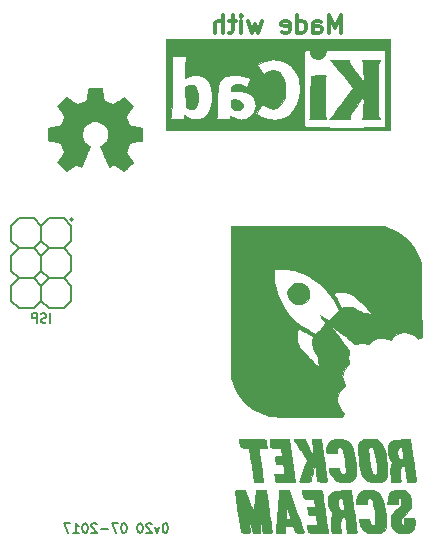
<source format=gbo>
G04 #@! TF.GenerationSoftware,KiCad,Pcbnew,no-vcs-found-90668f9~60~ubuntu16.04.1*
G04 #@! TF.CreationDate,2017-09-09T17:52:20+08:00*
G04 #@! TF.ProjectId,TINY-REFLOW-CONTROLLER-0R20,54494E592D5245464C4F572D434F4E54,rev?*
G04 #@! TF.SameCoordinates,PX8f0d180PY5f5e100*
G04 #@! TF.FileFunction,Legend,Bot*
G04 #@! TF.FilePolarity,Positive*
%FSLAX46Y46*%
G04 Gerber Fmt 4.6, Leading zero omitted, Abs format (unit mm)*
G04 Created by KiCad (PCBNEW no-vcs-found-90668f9~60~ubuntu16.04.1) date Sat Sep  9 17:52:20 2017*
%MOMM*%
%LPD*%
G01*
G04 APERTURE LIST*
%ADD10C,0.150000*%
%ADD11C,0.300000*%
%ADD12C,0.200000*%
%ADD13C,0.010000*%
%ADD14C,0.100000*%
%ADD15C,1.400000*%
%ADD16O,1.900000X1.500000*%
%ADD17O,1.927200X1.927200*%
%ADD18C,3.800000*%
%ADD19C,2.048000*%
%ADD20C,1.000000*%
%ADD21C,4.200000*%
G04 APERTURE END LIST*
D10*
X13588476Y1454096D02*
X13512285Y1454096D01*
X13436095Y1416000D01*
X13398000Y1377905D01*
X13359904Y1301715D01*
X13321809Y1149334D01*
X13321809Y958858D01*
X13359904Y806477D01*
X13398000Y730286D01*
X13436095Y692191D01*
X13512285Y654096D01*
X13588476Y654096D01*
X13664666Y692191D01*
X13702761Y730286D01*
X13740857Y806477D01*
X13778952Y958858D01*
X13778952Y1149334D01*
X13740857Y1301715D01*
X13702761Y1377905D01*
X13664666Y1416000D01*
X13588476Y1454096D01*
X13055142Y1187429D02*
X12864666Y654096D01*
X12674190Y1187429D01*
X12407523Y1377905D02*
X12369428Y1416000D01*
X12293238Y1454096D01*
X12102761Y1454096D01*
X12026571Y1416000D01*
X11988476Y1377905D01*
X11950380Y1301715D01*
X11950380Y1225524D01*
X11988476Y1111239D01*
X12445619Y654096D01*
X11950380Y654096D01*
X11455142Y1454096D02*
X11378952Y1454096D01*
X11302761Y1416000D01*
X11264666Y1377905D01*
X11226571Y1301715D01*
X11188476Y1149334D01*
X11188476Y958858D01*
X11226571Y806477D01*
X11264666Y730286D01*
X11302761Y692191D01*
X11378952Y654096D01*
X11455142Y654096D01*
X11531333Y692191D01*
X11569428Y730286D01*
X11607523Y806477D01*
X11645619Y958858D01*
X11645619Y1149334D01*
X11607523Y1301715D01*
X11569428Y1377905D01*
X11531333Y1416000D01*
X11455142Y1454096D01*
X10083714Y1454096D02*
X10007523Y1454096D01*
X9931333Y1416000D01*
X9893238Y1377905D01*
X9855142Y1301715D01*
X9817047Y1149334D01*
X9817047Y958858D01*
X9855142Y806477D01*
X9893238Y730286D01*
X9931333Y692191D01*
X10007523Y654096D01*
X10083714Y654096D01*
X10159904Y692191D01*
X10198000Y730286D01*
X10236095Y806477D01*
X10274190Y958858D01*
X10274190Y1149334D01*
X10236095Y1301715D01*
X10198000Y1377905D01*
X10159904Y1416000D01*
X10083714Y1454096D01*
X9550380Y1454096D02*
X9017047Y1454096D01*
X9359904Y654096D01*
X8712285Y958858D02*
X8102761Y958858D01*
X7759904Y1377905D02*
X7721809Y1416000D01*
X7645619Y1454096D01*
X7455142Y1454096D01*
X7378952Y1416000D01*
X7340857Y1377905D01*
X7302761Y1301715D01*
X7302761Y1225524D01*
X7340857Y1111239D01*
X7798000Y654096D01*
X7302761Y654096D01*
X6807523Y1454096D02*
X6731333Y1454096D01*
X6655142Y1416000D01*
X6617047Y1377905D01*
X6578952Y1301715D01*
X6540857Y1149334D01*
X6540857Y958858D01*
X6578952Y806477D01*
X6617047Y730286D01*
X6655142Y692191D01*
X6731333Y654096D01*
X6807523Y654096D01*
X6883714Y692191D01*
X6921809Y730286D01*
X6959904Y806477D01*
X6998000Y958858D01*
X6998000Y1149334D01*
X6959904Y1301715D01*
X6921809Y1377905D01*
X6883714Y1416000D01*
X6807523Y1454096D01*
X5778952Y654096D02*
X6236095Y654096D01*
X6007523Y654096D02*
X6007523Y1454096D01*
X6083714Y1339810D01*
X6159904Y1263620D01*
X6236095Y1225524D01*
X5512285Y1454096D02*
X4978952Y1454096D01*
X5321809Y654096D01*
D11*
X28435428Y43009429D02*
X28435428Y44509429D01*
X27935428Y43438000D01*
X27435428Y44509429D01*
X27435428Y43009429D01*
X26078285Y43009429D02*
X26078285Y43795143D01*
X26149714Y43938000D01*
X26292571Y44009429D01*
X26578285Y44009429D01*
X26721142Y43938000D01*
X26078285Y43080858D02*
X26221142Y43009429D01*
X26578285Y43009429D01*
X26721142Y43080858D01*
X26792571Y43223715D01*
X26792571Y43366572D01*
X26721142Y43509429D01*
X26578285Y43580858D01*
X26221142Y43580858D01*
X26078285Y43652286D01*
X24721142Y43009429D02*
X24721142Y44509429D01*
X24721142Y43080858D02*
X24864000Y43009429D01*
X25149714Y43009429D01*
X25292571Y43080858D01*
X25364000Y43152286D01*
X25435428Y43295143D01*
X25435428Y43723715D01*
X25364000Y43866572D01*
X25292571Y43938000D01*
X25149714Y44009429D01*
X24864000Y44009429D01*
X24721142Y43938000D01*
X23435428Y43080858D02*
X23578285Y43009429D01*
X23864000Y43009429D01*
X24006857Y43080858D01*
X24078285Y43223715D01*
X24078285Y43795143D01*
X24006857Y43938000D01*
X23864000Y44009429D01*
X23578285Y44009429D01*
X23435428Y43938000D01*
X23364000Y43795143D01*
X23364000Y43652286D01*
X24078285Y43509429D01*
X21721142Y44009429D02*
X21435428Y43009429D01*
X21149714Y43723715D01*
X20864000Y43009429D01*
X20578285Y44009429D01*
X20006857Y43009429D02*
X20006857Y44009429D01*
X20006857Y44509429D02*
X20078285Y44438000D01*
X20006857Y44366572D01*
X19935428Y44438000D01*
X20006857Y44509429D01*
X20006857Y44366572D01*
X19506857Y44009429D02*
X18935428Y44009429D01*
X19292571Y44509429D02*
X19292571Y43223715D01*
X19221142Y43080858D01*
X19078285Y43009429D01*
X18935428Y43009429D01*
X18435428Y43009429D02*
X18435428Y44509429D01*
X17792571Y43009429D02*
X17792571Y43795143D01*
X17864000Y43938000D01*
X18006857Y44009429D01*
X18221142Y44009429D01*
X18364000Y43938000D01*
X18435428Y43866572D01*
D12*
X5715000Y27178000D02*
G75*
G03X5715000Y27178000I-127000J0D01*
G01*
D10*
X3828952Y18434096D02*
X3828952Y19234096D01*
X3486095Y18472191D02*
X3371809Y18434096D01*
X3181333Y18434096D01*
X3105142Y18472191D01*
X3067047Y18510286D01*
X3028952Y18586477D01*
X3028952Y18662667D01*
X3067047Y18738858D01*
X3105142Y18776953D01*
X3181333Y18815048D01*
X3333714Y18853143D01*
X3409904Y18891239D01*
X3448000Y18929334D01*
X3486095Y19005524D01*
X3486095Y19081715D01*
X3448000Y19157905D01*
X3409904Y19196000D01*
X3333714Y19234096D01*
X3143238Y19234096D01*
X3028952Y19196000D01*
X2686095Y18434096D02*
X2686095Y19234096D01*
X2381333Y19234096D01*
X2305142Y19196000D01*
X2267047Y19157905D01*
X2228952Y19081715D01*
X2228952Y18967429D01*
X2267047Y18891239D01*
X2305142Y18853143D01*
X2381333Y18815048D01*
X2686095Y18815048D01*
X3048000Y22860000D02*
X3683000Y22225000D01*
X3048000Y21590000D02*
X3683000Y22225000D01*
X3683000Y22225000D02*
X4953000Y22225000D01*
X2413000Y22225000D02*
X3048000Y21590000D01*
X3048000Y21590000D02*
X3048000Y20320000D01*
X3048000Y24130000D02*
X3048000Y22860000D01*
X3048000Y22860000D02*
X2413000Y22225000D01*
X2413000Y22225000D02*
X1143000Y22225000D01*
X3683000Y24765000D02*
X4953000Y24765000D01*
X3048000Y25400000D02*
X3683000Y24765000D01*
X3683000Y24765000D02*
X3048000Y24130000D01*
X3048000Y24130000D02*
X2413000Y24765000D01*
X1143000Y24765000D02*
X2413000Y24765000D01*
X2413000Y24765000D02*
X3048000Y25400000D01*
X3048000Y25400000D02*
X3048000Y26670000D01*
X1143000Y27305000D02*
X2413000Y27305000D01*
X2413000Y27305000D02*
X3048000Y26670000D01*
X3048000Y26670000D02*
X3683000Y27305000D01*
X3683000Y27305000D02*
X4953000Y27305000D01*
X4953000Y27305000D02*
X5588000Y26670000D01*
X5588000Y26670000D02*
X5588000Y25400000D01*
X5588000Y25400000D02*
X4953000Y24765000D01*
X4953000Y24765000D02*
X5588000Y24130000D01*
X5588000Y24130000D02*
X5588000Y22860000D01*
X5588000Y22860000D02*
X4953000Y22225000D01*
X4953000Y22225000D02*
X5588000Y21590000D01*
X5588000Y21590000D02*
X5588000Y20320000D01*
X5588000Y20320000D02*
X4953000Y19685000D01*
X4953000Y19685000D02*
X3683000Y19685000D01*
X3683000Y19685000D02*
X3048000Y20320000D01*
X3048000Y20320000D02*
X2413000Y19685000D01*
X2413000Y19685000D02*
X1143000Y19685000D01*
X1143000Y19685000D02*
X508000Y20320000D01*
X508000Y20320000D02*
X508000Y21590000D01*
X508000Y21590000D02*
X1143000Y22225000D01*
X1143000Y22225000D02*
X508000Y22860000D01*
X508000Y22860000D02*
X508000Y24130000D01*
X508000Y24130000D02*
X1143000Y24765000D01*
X1143000Y24765000D02*
X508000Y25400000D01*
X508000Y25400000D02*
X508000Y26670000D01*
X508000Y26670000D02*
X1143000Y27305000D01*
D13*
G36*
X15498180Y38550740D02*
X15401111Y38509968D01*
X15258069Y38442090D01*
X15279077Y36715198D01*
X15435385Y36626704D01*
X15615092Y36556548D01*
X15800652Y36537322D01*
X15967840Y36569343D01*
X16056126Y36618527D01*
X16187024Y36770402D01*
X16276423Y36985607D01*
X16323582Y37260788D01*
X16327759Y37592590D01*
X16313266Y37780927D01*
X16260741Y38079133D01*
X16172580Y38311221D01*
X16050513Y38475808D01*
X15896271Y38571513D01*
X15711583Y38596951D01*
X15498180Y38550740D01*
X15498180Y38550740D01*
G37*
X15498180Y38550740D02*
X15401111Y38509968D01*
X15258069Y38442090D01*
X15279077Y36715198D01*
X15435385Y36626704D01*
X15615092Y36556548D01*
X15800652Y36537322D01*
X15967840Y36569343D01*
X16056126Y36618527D01*
X16187024Y36770402D01*
X16276423Y36985607D01*
X16323582Y37260788D01*
X16327759Y37592590D01*
X16313266Y37780927D01*
X16260741Y38079133D01*
X16172580Y38311221D01*
X16050513Y38475808D01*
X15896271Y38571513D01*
X15711583Y38596951D01*
X15498180Y38550740D01*
G36*
X19177000Y37332909D02*
X19131338Y37314144D01*
X19104949Y37276326D01*
X19092628Y37201312D01*
X19089168Y37070962D01*
X19089077Y37026533D01*
X19092544Y36871404D01*
X19106959Y36770069D01*
X19138346Y36698326D01*
X19185272Y36639924D01*
X19281044Y36556737D01*
X19379966Y36498711D01*
X19383201Y36497448D01*
X19535879Y36465356D01*
X19710254Y36465956D01*
X19867299Y36497627D01*
X19918479Y36519683D01*
X20039270Y36624710D01*
X20101027Y36765073D01*
X20101050Y36921938D01*
X20036640Y37076470D01*
X20004452Y37119436D01*
X19872878Y37224748D01*
X19691634Y37302956D01*
X19486480Y37347415D01*
X19283175Y37351479D01*
X19177000Y37332909D01*
X19177000Y37332909D01*
G37*
X19177000Y37332909D02*
X19131338Y37314144D01*
X19104949Y37276326D01*
X19092628Y37201312D01*
X19089168Y37070962D01*
X19089077Y37026533D01*
X19092544Y36871404D01*
X19106959Y36770069D01*
X19138346Y36698326D01*
X19185272Y36639924D01*
X19281044Y36556737D01*
X19379966Y36498711D01*
X19383201Y36497448D01*
X19535879Y36465356D01*
X19710254Y36465956D01*
X19867299Y36497627D01*
X19918479Y36519683D01*
X20039270Y36624710D01*
X20101027Y36765073D01*
X20101050Y36921938D01*
X20036640Y37076470D01*
X20004452Y37119436D01*
X19872878Y37224748D01*
X19691634Y37302956D01*
X19486480Y37347415D01*
X19283175Y37351479D01*
X19177000Y37332909D01*
G36*
X26523462Y39380714D02*
X25868923Y39370000D01*
X25849385Y37631077D01*
X25843825Y37186443D01*
X25837859Y36814566D01*
X25831280Y36510046D01*
X25823883Y36267487D01*
X25815460Y36081491D01*
X25805806Y35946660D01*
X25794715Y35857597D01*
X25781980Y35808903D01*
X25779625Y35804231D01*
X25729404Y35716308D01*
X27180007Y35716308D01*
X27120388Y35831598D01*
X27104350Y35901918D01*
X27090578Y36039554D01*
X27079075Y36234129D01*
X27069844Y36475264D01*
X27062889Y36752583D01*
X27058211Y37055707D01*
X27055815Y37374259D01*
X27055703Y37697863D01*
X27057878Y38016139D01*
X27062344Y38318711D01*
X27069103Y38595201D01*
X27078159Y38835231D01*
X27089515Y39028424D01*
X27103173Y39164403D01*
X27119137Y39232789D01*
X27119385Y39233231D01*
X27160528Y39314028D01*
X27176615Y39361176D01*
X27140156Y39370565D01*
X27038311Y39377493D01*
X26883819Y39381578D01*
X26689422Y39382439D01*
X26523462Y39380714D01*
X26523462Y39380714D01*
G37*
X26523462Y39380714D02*
X25868923Y39370000D01*
X25849385Y37631077D01*
X25843825Y37186443D01*
X25837859Y36814566D01*
X25831280Y36510046D01*
X25823883Y36267487D01*
X25815460Y36081491D01*
X25805806Y35946660D01*
X25794715Y35857597D01*
X25781980Y35808903D01*
X25779625Y35804231D01*
X25729404Y35716308D01*
X27180007Y35716308D01*
X27120388Y35831598D01*
X27104350Y35901918D01*
X27090578Y36039554D01*
X27079075Y36234129D01*
X27069844Y36475264D01*
X27062889Y36752583D01*
X27058211Y37055707D01*
X27055815Y37374259D01*
X27055703Y37697863D01*
X27057878Y38016139D01*
X27062344Y38318711D01*
X27069103Y38595201D01*
X27078159Y38835231D01*
X27089515Y39028424D01*
X27103173Y39164403D01*
X27119137Y39232789D01*
X27119385Y39233231D01*
X27160528Y39314028D01*
X27176615Y39361176D01*
X27140156Y39370565D01*
X27038311Y39377493D01*
X26883819Y39381578D01*
X26689422Y39382439D01*
X26523462Y39380714D01*
G36*
X30790651Y40688942D02*
X30591334Y40686944D01*
X30417319Y40683550D01*
X30283061Y40678783D01*
X30203014Y40672666D01*
X30186900Y40667933D01*
X30206498Y40616646D01*
X30253768Y40535373D01*
X30255308Y40533018D01*
X30279363Y40486391D01*
X30297690Y40422138D01*
X30311309Y40329056D01*
X30321240Y40195939D01*
X30328504Y40011584D01*
X30334122Y39764785D01*
X30336147Y39645393D01*
X30339114Y39344425D01*
X30337229Y39120540D01*
X30330502Y38973994D01*
X30318942Y38905043D01*
X30309637Y38901077D01*
X30250824Y38967411D01*
X30156302Y39082435D01*
X30035224Y39234239D01*
X29896739Y39410914D01*
X29749997Y39600550D01*
X29604151Y39791236D01*
X29468349Y39971062D01*
X29351744Y40128120D01*
X29263485Y40250499D01*
X29212724Y40326289D01*
X29207461Y40335597D01*
X29158513Y40453202D01*
X29132927Y40561038D01*
X29131846Y40579828D01*
X29111632Y40659754D01*
X29073231Y40679986D01*
X29015358Y40680295D01*
X28895798Y40680538D01*
X28729433Y40680716D01*
X28531145Y40680828D01*
X28315816Y40680874D01*
X28098328Y40680854D01*
X27893564Y40680768D01*
X27716405Y40680617D01*
X27581733Y40680399D01*
X27504432Y40680116D01*
X27492955Y40679986D01*
X27501092Y40655360D01*
X27555875Y40590971D01*
X27646142Y40499649D01*
X27668122Y40478667D01*
X27745891Y40397815D01*
X27864254Y40265210D01*
X28015190Y40090290D01*
X28190680Y39882495D01*
X28382702Y39651267D01*
X28583238Y39406045D01*
X28660080Y39311062D01*
X29440135Y38343868D01*
X28679408Y37293857D01*
X28485063Y37027524D01*
X28294079Y36769342D01*
X28114122Y36529413D01*
X27952858Y36317840D01*
X27817952Y36144726D01*
X27717071Y36020174D01*
X27682512Y35980077D01*
X27446344Y35716308D01*
X29170923Y35716308D01*
X29170923Y35864965D01*
X29205119Y36036268D01*
X29281116Y36187350D01*
X29333478Y36265357D01*
X29420096Y36389418D01*
X29532320Y36547585D01*
X29661496Y36727913D01*
X29798971Y36918456D01*
X29936094Y37107267D01*
X30064211Y37282402D01*
X30174670Y37431912D01*
X30258819Y37543854D01*
X30308005Y37606280D01*
X30312665Y37611539D01*
X30324563Y37587859D01*
X30333052Y37491266D01*
X30337981Y37326933D01*
X30339195Y37100033D01*
X30336542Y36815738D01*
X30336436Y36808641D01*
X30331358Y36523320D01*
X30325275Y36305413D01*
X30317266Y36144180D01*
X30306411Y36028880D01*
X30291788Y35948775D01*
X30272477Y35893123D01*
X30255308Y35862401D01*
X30207803Y35784064D01*
X30186964Y35738009D01*
X30186923Y35737221D01*
X30224051Y35730869D01*
X30327643Y35725294D01*
X30486008Y35720807D01*
X30687457Y35717722D01*
X30920302Y35716349D01*
X30969632Y35716308D01*
X31752340Y35716308D01*
X31663247Y35836804D01*
X31574154Y35957301D01*
X31574154Y38192897D01*
X31574246Y38667837D01*
X31574656Y39070902D01*
X31575587Y39408368D01*
X31577240Y39686513D01*
X31579817Y39911614D01*
X31583522Y40089950D01*
X31588555Y40227797D01*
X31595119Y40331434D01*
X31603416Y40407137D01*
X31613648Y40461185D01*
X31626017Y40499855D01*
X31640725Y40529425D01*
X31649841Y40544016D01*
X31695439Y40622796D01*
X31710086Y40667756D01*
X31708456Y40670341D01*
X31660867Y40677198D01*
X31551855Y40682521D01*
X31395872Y40686334D01*
X31207375Y40688660D01*
X31000816Y40689522D01*
X30790651Y40688942D01*
X30790651Y40688942D01*
G37*
X30790651Y40688942D02*
X30591334Y40686944D01*
X30417319Y40683550D01*
X30283061Y40678783D01*
X30203014Y40672666D01*
X30186900Y40667933D01*
X30206498Y40616646D01*
X30253768Y40535373D01*
X30255308Y40533018D01*
X30279363Y40486391D01*
X30297690Y40422138D01*
X30311309Y40329056D01*
X30321240Y40195939D01*
X30328504Y40011584D01*
X30334122Y39764785D01*
X30336147Y39645393D01*
X30339114Y39344425D01*
X30337229Y39120540D01*
X30330502Y38973994D01*
X30318942Y38905043D01*
X30309637Y38901077D01*
X30250824Y38967411D01*
X30156302Y39082435D01*
X30035224Y39234239D01*
X29896739Y39410914D01*
X29749997Y39600550D01*
X29604151Y39791236D01*
X29468349Y39971062D01*
X29351744Y40128120D01*
X29263485Y40250499D01*
X29212724Y40326289D01*
X29207461Y40335597D01*
X29158513Y40453202D01*
X29132927Y40561038D01*
X29131846Y40579828D01*
X29111632Y40659754D01*
X29073231Y40679986D01*
X29015358Y40680295D01*
X28895798Y40680538D01*
X28729433Y40680716D01*
X28531145Y40680828D01*
X28315816Y40680874D01*
X28098328Y40680854D01*
X27893564Y40680768D01*
X27716405Y40680617D01*
X27581733Y40680399D01*
X27504432Y40680116D01*
X27492955Y40679986D01*
X27501092Y40655360D01*
X27555875Y40590971D01*
X27646142Y40499649D01*
X27668122Y40478667D01*
X27745891Y40397815D01*
X27864254Y40265210D01*
X28015190Y40090290D01*
X28190680Y39882495D01*
X28382702Y39651267D01*
X28583238Y39406045D01*
X28660080Y39311062D01*
X29440135Y38343868D01*
X28679408Y37293857D01*
X28485063Y37027524D01*
X28294079Y36769342D01*
X28114122Y36529413D01*
X27952858Y36317840D01*
X27817952Y36144726D01*
X27717071Y36020174D01*
X27682512Y35980077D01*
X27446344Y35716308D01*
X29170923Y35716308D01*
X29170923Y35864965D01*
X29205119Y36036268D01*
X29281116Y36187350D01*
X29333478Y36265357D01*
X29420096Y36389418D01*
X29532320Y36547585D01*
X29661496Y36727913D01*
X29798971Y36918456D01*
X29936094Y37107267D01*
X30064211Y37282402D01*
X30174670Y37431912D01*
X30258819Y37543854D01*
X30308005Y37606280D01*
X30312665Y37611539D01*
X30324563Y37587859D01*
X30333052Y37491266D01*
X30337981Y37326933D01*
X30339195Y37100033D01*
X30336542Y36815738D01*
X30336436Y36808641D01*
X30331358Y36523320D01*
X30325275Y36305413D01*
X30317266Y36144180D01*
X30306411Y36028880D01*
X30291788Y35948775D01*
X30272477Y35893123D01*
X30255308Y35862401D01*
X30207803Y35784064D01*
X30186964Y35738009D01*
X30186923Y35737221D01*
X30224051Y35730869D01*
X30327643Y35725294D01*
X30486008Y35720807D01*
X30687457Y35717722D01*
X30920302Y35716349D01*
X30969632Y35716308D01*
X31752340Y35716308D01*
X31663247Y35836804D01*
X31574154Y35957301D01*
X31574154Y38192897D01*
X31574246Y38667837D01*
X31574656Y39070902D01*
X31575587Y39408368D01*
X31577240Y39686513D01*
X31579817Y39911614D01*
X31583522Y40089950D01*
X31588555Y40227797D01*
X31595119Y40331434D01*
X31603416Y40407137D01*
X31613648Y40461185D01*
X31626017Y40499855D01*
X31640725Y40529425D01*
X31649841Y40544016D01*
X31695439Y40622796D01*
X31710086Y40667756D01*
X31708456Y40670341D01*
X31660867Y40677198D01*
X31551855Y40682521D01*
X31395872Y40686334D01*
X31207375Y40688660D01*
X31000816Y40689522D01*
X30790651Y40688942D01*
G36*
X13618308Y34739385D02*
X32609692Y34739385D01*
X32609692Y38275846D01*
X32179846Y38275846D01*
X32179809Y37706583D01*
X32179613Y37210318D01*
X32179134Y36781896D01*
X32178247Y36416164D01*
X32176827Y36107964D01*
X32174748Y35852143D01*
X32171887Y35643545D01*
X32168117Y35477015D01*
X32163314Y35347399D01*
X32157354Y35249539D01*
X32150110Y35178283D01*
X32141458Y35128474D01*
X32131274Y35094958D01*
X32119431Y35072579D01*
X32105806Y35056183D01*
X32101692Y35052000D01*
X32086368Y35038137D01*
X32066581Y35026018D01*
X32037292Y35015526D01*
X31993458Y35006544D01*
X31930039Y34998954D01*
X31841992Y34992640D01*
X31724277Y34987484D01*
X31571852Y34983369D01*
X31379676Y34980177D01*
X31142707Y34977792D01*
X30855904Y34976095D01*
X30514225Y34974971D01*
X30112630Y34974301D01*
X29646076Y34973969D01*
X29109523Y34973857D01*
X28741077Y34973846D01*
X28158785Y34973881D01*
X27649606Y34974064D01*
X27208497Y34974511D01*
X26830418Y34975341D01*
X26510328Y34976670D01*
X26243184Y34978616D01*
X26023946Y34981296D01*
X25847572Y34984827D01*
X25709020Y34989327D01*
X25603250Y34994912D01*
X25525220Y35001701D01*
X25469889Y35009809D01*
X25432214Y35019355D01*
X25407156Y35030455D01*
X25389672Y35043228D01*
X25380462Y35052000D01*
X25366319Y35067650D01*
X25353995Y35087853D01*
X25343363Y35117762D01*
X25334298Y35162534D01*
X25326676Y35227322D01*
X25320372Y35317284D01*
X25315261Y35437573D01*
X25311217Y35593344D01*
X25308116Y35789753D01*
X25305833Y36031955D01*
X25304242Y36325105D01*
X25303220Y36674358D01*
X25302640Y37084870D01*
X25302378Y37561794D01*
X25302331Y37947847D01*
X24939992Y37947847D01*
X24899435Y37574022D01*
X24814683Y37233342D01*
X24697809Y36939819D01*
X24481089Y36557918D01*
X24221187Y36240626D01*
X23920894Y35989346D01*
X23583003Y35805486D01*
X23210303Y35690451D01*
X22805588Y35645648D01*
X22371649Y35672481D01*
X22228438Y35696169D01*
X21965956Y35765852D01*
X21679301Y35876401D01*
X21562512Y35930825D01*
X21202869Y36107467D01*
X21461642Y36527349D01*
X21560441Y36687391D01*
X21627256Y36795213D01*
X21194849Y36795213D01*
X21180957Y36594033D01*
X21163953Y36511237D01*
X21055264Y36253632D01*
X20883476Y36030195D01*
X20659930Y35851288D01*
X20395969Y35727276D01*
X20267703Y35692287D01*
X20084329Y35657229D01*
X19942407Y35644826D01*
X19808505Y35655355D01*
X19649195Y35689093D01*
X19615056Y35697700D01*
X19453750Y35751870D01*
X19294039Y35825815D01*
X19216077Y35872741D01*
X19050000Y35988236D01*
X19050000Y35716308D01*
X18444308Y35716308D01*
X18236732Y35717225D01*
X18059812Y35719756D01*
X17926835Y35723571D01*
X17851089Y35728338D01*
X17838616Y35731380D01*
X17854795Y35772791D01*
X17894035Y35852693D01*
X17896990Y35858380D01*
X17914980Y35905971D01*
X17929044Y35977575D01*
X17939622Y36082058D01*
X17947153Y36228283D01*
X17952079Y36425116D01*
X17954839Y36681422D01*
X17955874Y37006066D01*
X17955901Y37044923D01*
X17958118Y37466615D01*
X17961894Y37650615D01*
X17512419Y37650615D01*
X17511343Y37229376D01*
X17455659Y36847705D01*
X17348007Y36510199D01*
X17191026Y36221457D01*
X16987355Y35986076D01*
X16739634Y35808653D01*
X16450502Y35693786D01*
X16379337Y35676890D01*
X16172998Y35656839D01*
X15938500Y35669563D01*
X15713787Y35711269D01*
X15580204Y35756740D01*
X15447798Y35822196D01*
X15324472Y35894271D01*
X15296897Y35912916D01*
X15181385Y35995168D01*
X15181385Y35716308D01*
X14575692Y35716308D01*
X14368117Y35717206D01*
X14191196Y35719686D01*
X14058219Y35723424D01*
X13982474Y35728095D01*
X13970000Y35731074D01*
X13983615Y35773093D01*
X14017433Y35859091D01*
X14028616Y35886127D01*
X14040710Y35924188D01*
X14051065Y35979940D01*
X14059809Y36059121D01*
X14067072Y36167470D01*
X14072980Y36310725D01*
X14077662Y36494625D01*
X14081246Y36724907D01*
X14083861Y37007311D01*
X14085635Y37347573D01*
X14086696Y37751434D01*
X14087172Y38224631D01*
X14087231Y38509053D01*
X14087231Y40991692D01*
X15378776Y40991692D01*
X15319158Y40876402D01*
X15298035Y40820524D01*
X15282297Y40738846D01*
X15271262Y40620823D01*
X15264245Y40455911D01*
X15260565Y40233565D01*
X15259539Y39955434D01*
X15259539Y39149755D01*
X15367000Y39223747D01*
X15523754Y39315402D01*
X15688102Y39372788D01*
X15883952Y39401953D01*
X16099692Y39409077D01*
X16283137Y39405775D01*
X16416524Y39392338D01*
X16527802Y39363465D01*
X16644917Y39313858D01*
X16672581Y39300452D01*
X16930032Y39133275D01*
X17140292Y38907178D01*
X17303972Y38620962D01*
X17421680Y38273430D01*
X17494028Y37863383D01*
X17512419Y37650615D01*
X17961894Y37650615D01*
X17965344Y37818678D01*
X17979128Y38109559D01*
X18001017Y38347706D01*
X18032560Y38541566D01*
X18075306Y38699588D01*
X18130803Y38830219D01*
X18200599Y38941907D01*
X18286244Y39043099D01*
X18330279Y39087378D01*
X18477465Y39210218D01*
X18636580Y39298725D01*
X18822816Y39357284D01*
X19051366Y39390280D01*
X19337421Y39402098D01*
X19421231Y39402251D01*
X19663746Y39398229D01*
X19858156Y39386088D01*
X20034380Y39362186D01*
X20222340Y39322878D01*
X20364936Y39287353D01*
X20800640Y39174615D01*
X20644604Y38797832D01*
X20488568Y38421048D01*
X20251674Y38517307D01*
X20077306Y38573944D01*
X19877663Y38618430D01*
X19749174Y38635833D01*
X19513351Y38637512D01*
X19337377Y38594523D01*
X19214003Y38502275D01*
X19135980Y38356174D01*
X19105845Y38228249D01*
X19081732Y38077458D01*
X19485943Y38074827D01*
X19917303Y38049193D01*
X20285957Y37977990D01*
X20593043Y37860721D01*
X20839702Y37696893D01*
X21027073Y37486009D01*
X21091602Y37377077D01*
X21147579Y37217770D01*
X21182859Y37013470D01*
X21194849Y36795213D01*
X21627256Y36795213D01*
X21643676Y36821710D01*
X21703186Y36917176D01*
X21730812Y36960660D01*
X21731559Y36961711D01*
X21765473Y36948113D01*
X21840048Y36897491D01*
X21896826Y36854124D01*
X22144652Y36697189D01*
X22406406Y36602444D01*
X22668234Y36572650D01*
X22916282Y36610569D01*
X22988255Y36636523D01*
X23201040Y36765687D01*
X23387736Y36959986D01*
X23540293Y37208511D01*
X23650661Y37500354D01*
X23664508Y37552923D01*
X23696266Y37743371D01*
X23713435Y37981480D01*
X23716372Y38242049D01*
X23705430Y38499878D01*
X23680968Y38729766D01*
X23645504Y38899408D01*
X23530316Y39215984D01*
X23392710Y39460915D01*
X23227767Y39638723D01*
X23030567Y39753933D01*
X22796191Y39811069D01*
X22645077Y39819385D01*
X22377889Y39790714D01*
X22141934Y39699159D01*
X21989337Y39598743D01*
X21899423Y39542823D01*
X21835273Y39526187D01*
X21823171Y39531567D01*
X21788524Y39575779D01*
X21720074Y39670147D01*
X21628108Y39800295D01*
X21534771Y39934632D01*
X21280128Y40303880D01*
X21599559Y40456094D01*
X21978188Y40614353D01*
X22327405Y40710957D01*
X22662611Y40748277D01*
X22999212Y40728685D01*
X23172616Y40698338D01*
X23541252Y40581854D01*
X23883744Y40396843D01*
X24192411Y40150724D01*
X24459570Y39850913D01*
X24677538Y39504825D01*
X24838634Y39119879D01*
X24852115Y39076923D01*
X24882464Y38939622D01*
X24909520Y38747399D01*
X24930410Y38523483D01*
X24939303Y38372307D01*
X24939992Y37947847D01*
X25302331Y37947847D01*
X25302310Y38110287D01*
X25302308Y38275846D01*
X25302345Y38845110D01*
X25302541Y39341375D01*
X25303020Y39769796D01*
X25303907Y40135529D01*
X25305327Y40443728D01*
X25307406Y40699549D01*
X25310267Y40908147D01*
X25314037Y41074677D01*
X25318840Y41204294D01*
X25324800Y41302153D01*
X25332044Y41373409D01*
X25340696Y41423218D01*
X25350881Y41456734D01*
X25362723Y41479113D01*
X25376349Y41495510D01*
X25380462Y41499692D01*
X25477463Y41558056D01*
X25622940Y41577747D01*
X25637095Y41577846D01*
X25745216Y41574172D01*
X25792556Y41557470D01*
X25796358Y41519219D01*
X25791379Y41501614D01*
X25785751Y41381031D01*
X25823607Y41231913D01*
X25894821Y41082593D01*
X25981836Y40968656D01*
X26162255Y40837433D01*
X26361504Y40774449D01*
X26565031Y40777282D01*
X26758285Y40843505D01*
X26926714Y40970693D01*
X27051000Y41146826D01*
X27104211Y41278531D01*
X27135465Y41406888D01*
X27138923Y41449357D01*
X27138923Y41577846D01*
X29581231Y41577846D01*
X30078537Y41577788D01*
X30503581Y41577491D01*
X30862256Y41576773D01*
X31160453Y41575451D01*
X31404066Y41573343D01*
X31598985Y41570265D01*
X31751104Y41566035D01*
X31866313Y41560471D01*
X31950507Y41553389D01*
X32009576Y41544607D01*
X32049413Y41533943D01*
X32075910Y41521212D01*
X32094959Y41506234D01*
X32101692Y41499692D01*
X32115835Y41484042D01*
X32128159Y41463840D01*
X32138792Y41433930D01*
X32147856Y41389159D01*
X32155478Y41324370D01*
X32161782Y41234409D01*
X32166894Y41114120D01*
X32170937Y40958349D01*
X32174038Y40761939D01*
X32176321Y40519737D01*
X32177912Y40226587D01*
X32178934Y39877334D01*
X32179514Y39466823D01*
X32179776Y38989898D01*
X32179845Y38441405D01*
X32179846Y38275846D01*
X32609692Y38275846D01*
X32609692Y42476615D01*
X13618308Y42476615D01*
X13618308Y34739385D01*
X13618308Y34739385D01*
G37*
X13618308Y34739385D02*
X32609692Y34739385D01*
X32609692Y38275846D01*
X32179846Y38275846D01*
X32179809Y37706583D01*
X32179613Y37210318D01*
X32179134Y36781896D01*
X32178247Y36416164D01*
X32176827Y36107964D01*
X32174748Y35852143D01*
X32171887Y35643545D01*
X32168117Y35477015D01*
X32163314Y35347399D01*
X32157354Y35249539D01*
X32150110Y35178283D01*
X32141458Y35128474D01*
X32131274Y35094958D01*
X32119431Y35072579D01*
X32105806Y35056183D01*
X32101692Y35052000D01*
X32086368Y35038137D01*
X32066581Y35026018D01*
X32037292Y35015526D01*
X31993458Y35006544D01*
X31930039Y34998954D01*
X31841992Y34992640D01*
X31724277Y34987484D01*
X31571852Y34983369D01*
X31379676Y34980177D01*
X31142707Y34977792D01*
X30855904Y34976095D01*
X30514225Y34974971D01*
X30112630Y34974301D01*
X29646076Y34973969D01*
X29109523Y34973857D01*
X28741077Y34973846D01*
X28158785Y34973881D01*
X27649606Y34974064D01*
X27208497Y34974511D01*
X26830418Y34975341D01*
X26510328Y34976670D01*
X26243184Y34978616D01*
X26023946Y34981296D01*
X25847572Y34984827D01*
X25709020Y34989327D01*
X25603250Y34994912D01*
X25525220Y35001701D01*
X25469889Y35009809D01*
X25432214Y35019355D01*
X25407156Y35030455D01*
X25389672Y35043228D01*
X25380462Y35052000D01*
X25366319Y35067650D01*
X25353995Y35087853D01*
X25343363Y35117762D01*
X25334298Y35162534D01*
X25326676Y35227322D01*
X25320372Y35317284D01*
X25315261Y35437573D01*
X25311217Y35593344D01*
X25308116Y35789753D01*
X25305833Y36031955D01*
X25304242Y36325105D01*
X25303220Y36674358D01*
X25302640Y37084870D01*
X25302378Y37561794D01*
X25302331Y37947847D01*
X24939992Y37947847D01*
X24899435Y37574022D01*
X24814683Y37233342D01*
X24697809Y36939819D01*
X24481089Y36557918D01*
X24221187Y36240626D01*
X23920894Y35989346D01*
X23583003Y35805486D01*
X23210303Y35690451D01*
X22805588Y35645648D01*
X22371649Y35672481D01*
X22228438Y35696169D01*
X21965956Y35765852D01*
X21679301Y35876401D01*
X21562512Y35930825D01*
X21202869Y36107467D01*
X21461642Y36527349D01*
X21560441Y36687391D01*
X21627256Y36795213D01*
X21194849Y36795213D01*
X21180957Y36594033D01*
X21163953Y36511237D01*
X21055264Y36253632D01*
X20883476Y36030195D01*
X20659930Y35851288D01*
X20395969Y35727276D01*
X20267703Y35692287D01*
X20084329Y35657229D01*
X19942407Y35644826D01*
X19808505Y35655355D01*
X19649195Y35689093D01*
X19615056Y35697700D01*
X19453750Y35751870D01*
X19294039Y35825815D01*
X19216077Y35872741D01*
X19050000Y35988236D01*
X19050000Y35716308D01*
X18444308Y35716308D01*
X18236732Y35717225D01*
X18059812Y35719756D01*
X17926835Y35723571D01*
X17851089Y35728338D01*
X17838616Y35731380D01*
X17854795Y35772791D01*
X17894035Y35852693D01*
X17896990Y35858380D01*
X17914980Y35905971D01*
X17929044Y35977575D01*
X17939622Y36082058D01*
X17947153Y36228283D01*
X17952079Y36425116D01*
X17954839Y36681422D01*
X17955874Y37006066D01*
X17955901Y37044923D01*
X17958118Y37466615D01*
X17961894Y37650615D01*
X17512419Y37650615D01*
X17511343Y37229376D01*
X17455659Y36847705D01*
X17348007Y36510199D01*
X17191026Y36221457D01*
X16987355Y35986076D01*
X16739634Y35808653D01*
X16450502Y35693786D01*
X16379337Y35676890D01*
X16172998Y35656839D01*
X15938500Y35669563D01*
X15713787Y35711269D01*
X15580204Y35756740D01*
X15447798Y35822196D01*
X15324472Y35894271D01*
X15296897Y35912916D01*
X15181385Y35995168D01*
X15181385Y35716308D01*
X14575692Y35716308D01*
X14368117Y35717206D01*
X14191196Y35719686D01*
X14058219Y35723424D01*
X13982474Y35728095D01*
X13970000Y35731074D01*
X13983615Y35773093D01*
X14017433Y35859091D01*
X14028616Y35886127D01*
X14040710Y35924188D01*
X14051065Y35979940D01*
X14059809Y36059121D01*
X14067072Y36167470D01*
X14072980Y36310725D01*
X14077662Y36494625D01*
X14081246Y36724907D01*
X14083861Y37007311D01*
X14085635Y37347573D01*
X14086696Y37751434D01*
X14087172Y38224631D01*
X14087231Y38509053D01*
X14087231Y40991692D01*
X15378776Y40991692D01*
X15319158Y40876402D01*
X15298035Y40820524D01*
X15282297Y40738846D01*
X15271262Y40620823D01*
X15264245Y40455911D01*
X15260565Y40233565D01*
X15259539Y39955434D01*
X15259539Y39149755D01*
X15367000Y39223747D01*
X15523754Y39315402D01*
X15688102Y39372788D01*
X15883952Y39401953D01*
X16099692Y39409077D01*
X16283137Y39405775D01*
X16416524Y39392338D01*
X16527802Y39363465D01*
X16644917Y39313858D01*
X16672581Y39300452D01*
X16930032Y39133275D01*
X17140292Y38907178D01*
X17303972Y38620962D01*
X17421680Y38273430D01*
X17494028Y37863383D01*
X17512419Y37650615D01*
X17961894Y37650615D01*
X17965344Y37818678D01*
X17979128Y38109559D01*
X18001017Y38347706D01*
X18032560Y38541566D01*
X18075306Y38699588D01*
X18130803Y38830219D01*
X18200599Y38941907D01*
X18286244Y39043099D01*
X18330279Y39087378D01*
X18477465Y39210218D01*
X18636580Y39298725D01*
X18822816Y39357284D01*
X19051366Y39390280D01*
X19337421Y39402098D01*
X19421231Y39402251D01*
X19663746Y39398229D01*
X19858156Y39386088D01*
X20034380Y39362186D01*
X20222340Y39322878D01*
X20364936Y39287353D01*
X20800640Y39174615D01*
X20644604Y38797832D01*
X20488568Y38421048D01*
X20251674Y38517307D01*
X20077306Y38573944D01*
X19877663Y38618430D01*
X19749174Y38635833D01*
X19513351Y38637512D01*
X19337377Y38594523D01*
X19214003Y38502275D01*
X19135980Y38356174D01*
X19105845Y38228249D01*
X19081732Y38077458D01*
X19485943Y38074827D01*
X19917303Y38049193D01*
X20285957Y37977990D01*
X20593043Y37860721D01*
X20839702Y37696893D01*
X21027073Y37486009D01*
X21091602Y37377077D01*
X21147579Y37217770D01*
X21182859Y37013470D01*
X21194849Y36795213D01*
X21627256Y36795213D01*
X21643676Y36821710D01*
X21703186Y36917176D01*
X21730812Y36960660D01*
X21731559Y36961711D01*
X21765473Y36948113D01*
X21840048Y36897491D01*
X21896826Y36854124D01*
X22144652Y36697189D01*
X22406406Y36602444D01*
X22668234Y36572650D01*
X22916282Y36610569D01*
X22988255Y36636523D01*
X23201040Y36765687D01*
X23387736Y36959986D01*
X23540293Y37208511D01*
X23650661Y37500354D01*
X23664508Y37552923D01*
X23696266Y37743371D01*
X23713435Y37981480D01*
X23716372Y38242049D01*
X23705430Y38499878D01*
X23680968Y38729766D01*
X23645504Y38899408D01*
X23530316Y39215984D01*
X23392710Y39460915D01*
X23227767Y39638723D01*
X23030567Y39753933D01*
X22796191Y39811069D01*
X22645077Y39819385D01*
X22377889Y39790714D01*
X22141934Y39699159D01*
X21989337Y39598743D01*
X21899423Y39542823D01*
X21835273Y39526187D01*
X21823171Y39531567D01*
X21788524Y39575779D01*
X21720074Y39670147D01*
X21628108Y39800295D01*
X21534771Y39934632D01*
X21280128Y40303880D01*
X21599559Y40456094D01*
X21978188Y40614353D01*
X22327405Y40710957D01*
X22662611Y40748277D01*
X22999212Y40728685D01*
X23172616Y40698338D01*
X23541252Y40581854D01*
X23883744Y40396843D01*
X24192411Y40150724D01*
X24459570Y39850913D01*
X24677538Y39504825D01*
X24838634Y39119879D01*
X24852115Y39076923D01*
X24882464Y38939622D01*
X24909520Y38747399D01*
X24930410Y38523483D01*
X24939303Y38372307D01*
X24939992Y37947847D01*
X25302331Y37947847D01*
X25302310Y38110287D01*
X25302308Y38275846D01*
X25302345Y38845110D01*
X25302541Y39341375D01*
X25303020Y39769796D01*
X25303907Y40135529D01*
X25305327Y40443728D01*
X25307406Y40699549D01*
X25310267Y40908147D01*
X25314037Y41074677D01*
X25318840Y41204294D01*
X25324800Y41302153D01*
X25332044Y41373409D01*
X25340696Y41423218D01*
X25350881Y41456734D01*
X25362723Y41479113D01*
X25376349Y41495510D01*
X25380462Y41499692D01*
X25477463Y41558056D01*
X25622940Y41577747D01*
X25637095Y41577846D01*
X25745216Y41574172D01*
X25792556Y41557470D01*
X25796358Y41519219D01*
X25791379Y41501614D01*
X25785751Y41381031D01*
X25823607Y41231913D01*
X25894821Y41082593D01*
X25981836Y40968656D01*
X26162255Y40837433D01*
X26361504Y40774449D01*
X26565031Y40777282D01*
X26758285Y40843505D01*
X26926714Y40970693D01*
X27051000Y41146826D01*
X27104211Y41278531D01*
X27135465Y41406888D01*
X27138923Y41449357D01*
X27138923Y41577846D01*
X29581231Y41577846D01*
X30078537Y41577788D01*
X30503581Y41577491D01*
X30862256Y41576773D01*
X31160453Y41575451D01*
X31404066Y41573343D01*
X31598985Y41570265D01*
X31751104Y41566035D01*
X31866313Y41560471D01*
X31950507Y41553389D01*
X32009576Y41544607D01*
X32049413Y41533943D01*
X32075910Y41521212D01*
X32094959Y41506234D01*
X32101692Y41499692D01*
X32115835Y41484042D01*
X32128159Y41463840D01*
X32138792Y41433930D01*
X32147856Y41389159D01*
X32155478Y41324370D01*
X32161782Y41234409D01*
X32166894Y41114120D01*
X32170937Y40958349D01*
X32174038Y40761939D01*
X32176321Y40519737D01*
X32177912Y40226587D01*
X32178934Y39877334D01*
X32179514Y39466823D01*
X32179776Y38989898D01*
X32179845Y38441405D01*
X32179846Y38275846D01*
X32609692Y38275846D01*
X32609692Y42476615D01*
X13618308Y42476615D01*
X13618308Y34739385D01*
D14*
G36*
X3620851Y34420294D02*
X3620962Y34289306D01*
X3621360Y34182280D01*
X3622147Y34096718D01*
X3623423Y34030123D01*
X3625288Y33980000D01*
X3627843Y33943851D01*
X3631188Y33919181D01*
X3635424Y33903491D01*
X3640651Y33894287D01*
X3642082Y33892747D01*
X3661930Y33876200D01*
X3670753Y33871958D01*
X3687149Y33869580D01*
X3726333Y33862903D01*
X3784557Y33852620D01*
X3858073Y33839420D01*
X3943131Y33823995D01*
X4035985Y33807035D01*
X4132884Y33789229D01*
X4230081Y33771270D01*
X4323828Y33753847D01*
X4410375Y33737652D01*
X4485975Y33723374D01*
X4546879Y33711704D01*
X4589338Y33703333D01*
X4609024Y33699104D01*
X4651638Y33679749D01*
X4678636Y33643925D01*
X4678775Y33643636D01*
X4694234Y33609434D01*
X4716476Y33557549D01*
X4744012Y33491689D01*
X4775356Y33415566D01*
X4809021Y33332889D01*
X4843519Y33247367D01*
X4877362Y33162710D01*
X4909065Y33082628D01*
X4937139Y33010831D01*
X4960097Y32951029D01*
X4976451Y32906931D01*
X4984716Y32882247D01*
X4985426Y32878740D01*
X4978010Y32863170D01*
X4956930Y32828505D01*
X4923933Y32777381D01*
X4880770Y32712435D01*
X4829189Y32636303D01*
X4770940Y32551622D01*
X4717230Y32474517D01*
X4641132Y32365871D01*
X4578973Y32276929D01*
X4529436Y32205558D01*
X4491203Y32149625D01*
X4462955Y32106999D01*
X4443374Y32075547D01*
X4431141Y32053135D01*
X4424940Y32037632D01*
X4423450Y32026904D01*
X4425355Y32018820D01*
X4429336Y32011246D01*
X4430070Y32009953D01*
X4444776Y31991540D01*
X4475774Y31958179D01*
X4520467Y31912353D01*
X4576261Y31856545D01*
X4640561Y31793237D01*
X4710774Y31724911D01*
X4784303Y31654051D01*
X4858555Y31583138D01*
X4930935Y31514654D01*
X4998848Y31451083D01*
X5059700Y31394907D01*
X5110895Y31348608D01*
X5149840Y31314669D01*
X5173939Y31295572D01*
X5180194Y31292271D01*
X5196853Y31299548D01*
X5232918Y31320217D01*
X5285631Y31352536D01*
X5352234Y31394761D01*
X5429968Y31445150D01*
X5516078Y31501960D01*
X5584927Y31548023D01*
X5676111Y31609250D01*
X5761358Y31666223D01*
X5837822Y31717062D01*
X5902656Y31759884D01*
X5953016Y31792808D01*
X5986054Y31813952D01*
X5997580Y31820857D01*
X6011417Y31826250D01*
X6027726Y31826920D01*
X6050432Y31821444D01*
X6083458Y31808397D01*
X6130728Y31786356D01*
X6196165Y31753898D01*
X6232026Y31735797D01*
X6313322Y31695778D01*
X6376933Y31666865D01*
X6421150Y31649770D01*
X6444265Y31645206D01*
X6446684Y31646232D01*
X6454686Y31661075D01*
X6471719Y31697833D01*
X6496773Y31754099D01*
X6528835Y31827465D01*
X6566892Y31915524D01*
X6609932Y32015869D01*
X6656942Y32126091D01*
X6706911Y32243783D01*
X6758825Y32366538D01*
X6811673Y32491948D01*
X6864442Y32617606D01*
X6916120Y32741103D01*
X6965694Y32860033D01*
X7012152Y32971988D01*
X7054482Y33074560D01*
X7091670Y33165342D01*
X7122706Y33241926D01*
X7146576Y33301904D01*
X7162269Y33342870D01*
X7168771Y33362415D01*
X7168852Y33363647D01*
X7156170Y33376544D01*
X7125885Y33400897D01*
X7082632Y33433130D01*
X7034757Y33467097D01*
X6899494Y33568978D01*
X6788095Y33671601D01*
X6697615Y33778983D01*
X6625104Y33895141D01*
X6567615Y34024092D01*
X6523991Y34163000D01*
X6509025Y34242154D01*
X6500124Y34337102D01*
X6497560Y34437797D01*
X6501604Y34534191D01*
X6511845Y34612792D01*
X6556461Y34774695D01*
X6623965Y34924828D01*
X6712256Y35061490D01*
X6819236Y35182981D01*
X6942805Y35287602D01*
X7080862Y35373652D01*
X7231308Y35439431D01*
X7392043Y35483239D01*
X7560968Y35503376D01*
X7613245Y35504547D01*
X7785174Y35491790D01*
X7950134Y35454465D01*
X8105779Y35393994D01*
X8249760Y35311797D01*
X8379732Y35209295D01*
X8493348Y35087910D01*
X8588260Y34949061D01*
X8616314Y34897219D01*
X8680717Y34741216D01*
X8718978Y34579546D01*
X8731057Y34413385D01*
X8716914Y34243908D01*
X8676509Y34072292D01*
X8647305Y33988279D01*
X8585328Y33862759D01*
X8497294Y33739956D01*
X8384112Y33620911D01*
X8246693Y33506664D01*
X8191732Y33467097D01*
X8140570Y33430740D01*
X8098059Y33398933D01*
X8068834Y33375252D01*
X8057637Y33363647D01*
X8061798Y33349565D01*
X8075391Y33313489D01*
X8097403Y33257825D01*
X8126822Y33184982D01*
X8162636Y33097367D01*
X8203832Y32997388D01*
X8249397Y32887452D01*
X8298320Y32769967D01*
X8349588Y32647340D01*
X8402189Y32521978D01*
X8455110Y32396291D01*
X8507339Y32272684D01*
X8557863Y32153566D01*
X8605671Y32041344D01*
X8649750Y31938426D01*
X8689087Y31847219D01*
X8722670Y31770130D01*
X8749487Y31709568D01*
X8768525Y31667940D01*
X8778772Y31647653D01*
X8779806Y31646232D01*
X8796861Y31647250D01*
X8835484Y31660993D01*
X8893968Y31686749D01*
X8970604Y31723806D01*
X8994464Y31735797D01*
X9069214Y31773330D01*
X9124057Y31799816D01*
X9162916Y31816676D01*
X9189715Y31825334D01*
X9208378Y31827215D01*
X9222827Y31823741D01*
X9228910Y31820857D01*
X9247558Y31809466D01*
X9285598Y31784926D01*
X9340183Y31749119D01*
X9408468Y31703926D01*
X9487607Y31651229D01*
X9574754Y31592911D01*
X9641563Y31548023D01*
X9732166Y31487521D01*
X9816476Y31432125D01*
X9891734Y31383578D01*
X9955184Y31343622D01*
X10004068Y31314000D01*
X10035626Y31296456D01*
X10046295Y31292271D01*
X10061698Y31301433D01*
X10094076Y31327747D01*
X10141503Y31369457D01*
X10202053Y31424809D01*
X10273802Y31492046D01*
X10354822Y31569412D01*
X10427193Y31639537D01*
X10508434Y31719016D01*
X10583862Y31793334D01*
X10651263Y31860267D01*
X10708419Y31917592D01*
X10753115Y31963086D01*
X10783134Y31994524D01*
X10796259Y32009683D01*
X10796420Y32009953D01*
X10800609Y32017642D01*
X10802930Y32025503D01*
X10802066Y32035670D01*
X10796698Y32050276D01*
X10785508Y32071452D01*
X10767178Y32101331D01*
X10740389Y32142047D01*
X10703824Y32195731D01*
X10656164Y32264516D01*
X10596091Y32350535D01*
X10522287Y32455920D01*
X10509260Y32474517D01*
X10446700Y32564413D01*
X10389315Y32648010D01*
X10338854Y32722674D01*
X10297066Y32785767D01*
X10265699Y32834653D01*
X10246504Y32866695D01*
X10241064Y32878740D01*
X10245886Y32895126D01*
X10259360Y32932328D01*
X10279999Y32986635D01*
X10306315Y33054337D01*
X10336822Y33131726D01*
X10370031Y33215090D01*
X10404457Y33300721D01*
X10438611Y33384909D01*
X10471006Y33463944D01*
X10500156Y33534116D01*
X10524572Y33591715D01*
X10542768Y33633032D01*
X10547715Y33643636D01*
X10574648Y33679586D01*
X10617135Y33699019D01*
X10617466Y33699104D01*
X10639316Y33703771D01*
X10683112Y33712381D01*
X10745104Y33724245D01*
X10821544Y33738672D01*
X10908683Y33754970D01*
X11002774Y33772449D01*
X11100067Y33790420D01*
X11196814Y33808190D01*
X11289268Y33825071D01*
X11373679Y33840370D01*
X11446298Y33853398D01*
X11503379Y33863464D01*
X11541171Y33869877D01*
X11555737Y33871958D01*
X11570075Y33880200D01*
X11584407Y33892747D01*
X11589891Y33900753D01*
X11594358Y33914637D01*
X11597911Y33936895D01*
X11600649Y33970025D01*
X11602672Y34016522D01*
X11604082Y34078884D01*
X11604978Y34159607D01*
X11605462Y34261187D01*
X11605633Y34386122D01*
X11605638Y34420294D01*
X11605459Y34555226D01*
X11604872Y34665866D01*
X11603804Y34754377D01*
X11602181Y34822923D01*
X11599931Y34873669D01*
X11596981Y34908778D01*
X11593256Y34930414D01*
X11588684Y34940742D01*
X11587999Y34941386D01*
X11571029Y34947024D01*
X11530576Y34956703D01*
X11469756Y34969789D01*
X11391682Y34985649D01*
X11299470Y35003650D01*
X11196232Y35023158D01*
X11091483Y35042382D01*
X10979465Y35062946D01*
X10874460Y35082780D01*
X10779784Y35101215D01*
X10698754Y35117582D01*
X10634684Y35131214D01*
X10590891Y35141442D01*
X10571498Y35147208D01*
X10558931Y35154279D01*
X10546461Y35165714D01*
X10532702Y35184179D01*
X10516269Y35212344D01*
X10495776Y35252874D01*
X10469839Y35308439D01*
X10437071Y35381704D01*
X10396088Y35475339D01*
X10370619Y35534004D01*
X10324321Y35641381D01*
X10287966Y35727200D01*
X10260587Y35794107D01*
X10241215Y35844749D01*
X10228881Y35881771D01*
X10222618Y35907821D01*
X10221457Y35925545D01*
X10223627Y35935708D01*
X10234000Y35953886D01*
X10257949Y35991187D01*
X10293688Y36044971D01*
X10339430Y36112597D01*
X10393386Y36191422D01*
X10453770Y36278805D01*
X10518794Y36372106D01*
X10522458Y36377340D01*
X10587031Y36469936D01*
X10646506Y36555929D01*
X10699199Y36632832D01*
X10743424Y36698153D01*
X10777497Y36749403D01*
X10799733Y36784091D01*
X10808447Y36799728D01*
X10808511Y36800119D01*
X10799127Y36814346D01*
X10772689Y36844287D01*
X10731762Y36887463D01*
X10678915Y36941398D01*
X10616715Y37003616D01*
X10547730Y37071640D01*
X10474527Y37142992D01*
X10399674Y37215197D01*
X10325738Y37285777D01*
X10255286Y37352255D01*
X10190887Y37412155D01*
X10135107Y37463000D01*
X10090514Y37502313D01*
X10059676Y37527617D01*
X10045234Y37536438D01*
X10028216Y37529141D01*
X9991646Y37508350D01*
X9938128Y37475712D01*
X9870268Y37432876D01*
X9790672Y37381489D01*
X9701945Y37323199D01*
X9606692Y37259654D01*
X9592300Y37249971D01*
X9496151Y37185570D01*
X9406065Y37125914D01*
X9324668Y37072689D01*
X9254586Y37027583D01*
X9198446Y36992286D01*
X9158873Y36968484D01*
X9138493Y36957866D01*
X9137328Y36957529D01*
X9115572Y36960725D01*
X9071644Y36973673D01*
X9008108Y36995474D01*
X8927528Y37025230D01*
X8832468Y37062045D01*
X8786052Y37080515D01*
X8672066Y37126339D01*
X8580615Y37163487D01*
X8509162Y37193150D01*
X8455170Y37216521D01*
X8416102Y37234790D01*
X8389422Y37249150D01*
X8372591Y37260793D01*
X8363075Y37270909D01*
X8358335Y37280690D01*
X8358068Y37281554D01*
X8354101Y37299575D01*
X8345889Y37340555D01*
X8334024Y37401422D01*
X8319094Y37479104D01*
X8301692Y37570528D01*
X8282407Y37672623D01*
X8262043Y37781177D01*
X8241288Y37891159D01*
X8221553Y37993796D01*
X8203465Y38085960D01*
X8187656Y38164524D01*
X8174752Y38226360D01*
X8165385Y38268342D01*
X8160247Y38287193D01*
X8147494Y38316958D01*
X7613245Y38316958D01*
X7078995Y38316958D01*
X7066192Y38287193D01*
X7060879Y38267655D01*
X7051417Y38225204D01*
X7038434Y38162966D01*
X7022559Y38084070D01*
X7004424Y37991642D01*
X6984655Y37888810D01*
X6964347Y37781177D01*
X6943782Y37671546D01*
X6924518Y37569545D01*
X6907144Y37478244D01*
X6892250Y37400718D01*
X6880428Y37340036D01*
X6872267Y37299273D01*
X6868373Y37281554D01*
X6852504Y37261071D01*
X6821646Y37239123D01*
X6811757Y37233901D01*
X6775113Y37217187D01*
X6721006Y37194071D01*
X6653432Y37166120D01*
X6576387Y37134899D01*
X6493864Y37101975D01*
X6409861Y37068913D01*
X6328372Y37037279D01*
X6253392Y37008641D01*
X6188918Y36984562D01*
X6138943Y36966611D01*
X6107463Y36956352D01*
X6099051Y36954540D01*
X6082436Y36961873D01*
X6046221Y36982695D01*
X5992978Y37015375D01*
X5925280Y37058276D01*
X5845697Y37109767D01*
X5756802Y37168213D01*
X5661166Y37231979D01*
X5640930Y37245582D01*
X5544166Y37310250D01*
X5453545Y37369921D01*
X5371650Y37422961D01*
X5301064Y37467735D01*
X5244369Y37502610D01*
X5204147Y37525952D01*
X5182982Y37536127D01*
X5181241Y37536438D01*
X5166496Y37527386D01*
X5135462Y37501881D01*
X5090708Y37462399D01*
X5034800Y37411419D01*
X4970307Y37351416D01*
X4899794Y37284868D01*
X4825831Y37214250D01*
X4750984Y37142041D01*
X4677821Y37070716D01*
X4608910Y37002753D01*
X4546817Y36940628D01*
X4494110Y36886818D01*
X4453356Y36843801D01*
X4427124Y36814052D01*
X4417979Y36800119D01*
X4425378Y36786341D01*
X4446452Y36753285D01*
X4479517Y36703441D01*
X4522887Y36639299D01*
X4574877Y36563348D01*
X4633805Y36478080D01*
X4697983Y36385982D01*
X4704032Y36377340D01*
X4769259Y36283791D01*
X4829944Y36196015D01*
X4884299Y36116652D01*
X4930537Y36048344D01*
X4966870Y35993733D01*
X4991513Y35955460D01*
X5002676Y35936165D01*
X5002863Y35935708D01*
X5005158Y35922831D01*
X5003143Y35903795D01*
X4995852Y35875952D01*
X4982314Y35836658D01*
X4961563Y35783265D01*
X4932629Y35713126D01*
X4894544Y35623596D01*
X4855871Y35534004D01*
X4809982Y35428519D01*
X4773042Y35344813D01*
X4743665Y35280219D01*
X4720465Y35232070D01*
X4702058Y35197697D01*
X4687057Y35174435D01*
X4674078Y35159614D01*
X4661735Y35150567D01*
X4654992Y35147208D01*
X4632424Y35140641D01*
X4586577Y35130063D01*
X4520766Y35116145D01*
X4438307Y35099554D01*
X4342515Y35080958D01*
X4236708Y35061027D01*
X4135006Y35042382D01*
X4024220Y35022033D01*
X3921519Y35002593D01*
X3830018Y34984696D01*
X3752831Y34968975D01*
X3693072Y34956063D01*
X3653856Y34946594D01*
X3638491Y34941386D01*
X3633799Y34932418D01*
X3629964Y34912433D01*
X3626914Y34879266D01*
X3624574Y34830755D01*
X3622871Y34764734D01*
X3621732Y34679041D01*
X3621084Y34571510D01*
X3620854Y34439979D01*
X3620851Y34420294D01*
X3620851Y34420294D01*
X3620851Y34420294D01*
G37*
X3620851Y34420294D02*
X3620962Y34289306D01*
X3621360Y34182280D01*
X3622147Y34096718D01*
X3623423Y34030123D01*
X3625288Y33980000D01*
X3627843Y33943851D01*
X3631188Y33919181D01*
X3635424Y33903491D01*
X3640651Y33894287D01*
X3642082Y33892747D01*
X3661930Y33876200D01*
X3670753Y33871958D01*
X3687149Y33869580D01*
X3726333Y33862903D01*
X3784557Y33852620D01*
X3858073Y33839420D01*
X3943131Y33823995D01*
X4035985Y33807035D01*
X4132884Y33789229D01*
X4230081Y33771270D01*
X4323828Y33753847D01*
X4410375Y33737652D01*
X4485975Y33723374D01*
X4546879Y33711704D01*
X4589338Y33703333D01*
X4609024Y33699104D01*
X4651638Y33679749D01*
X4678636Y33643925D01*
X4678775Y33643636D01*
X4694234Y33609434D01*
X4716476Y33557549D01*
X4744012Y33491689D01*
X4775356Y33415566D01*
X4809021Y33332889D01*
X4843519Y33247367D01*
X4877362Y33162710D01*
X4909065Y33082628D01*
X4937139Y33010831D01*
X4960097Y32951029D01*
X4976451Y32906931D01*
X4984716Y32882247D01*
X4985426Y32878740D01*
X4978010Y32863170D01*
X4956930Y32828505D01*
X4923933Y32777381D01*
X4880770Y32712435D01*
X4829189Y32636303D01*
X4770940Y32551622D01*
X4717230Y32474517D01*
X4641132Y32365871D01*
X4578973Y32276929D01*
X4529436Y32205558D01*
X4491203Y32149625D01*
X4462955Y32106999D01*
X4443374Y32075547D01*
X4431141Y32053135D01*
X4424940Y32037632D01*
X4423450Y32026904D01*
X4425355Y32018820D01*
X4429336Y32011246D01*
X4430070Y32009953D01*
X4444776Y31991540D01*
X4475774Y31958179D01*
X4520467Y31912353D01*
X4576261Y31856545D01*
X4640561Y31793237D01*
X4710774Y31724911D01*
X4784303Y31654051D01*
X4858555Y31583138D01*
X4930935Y31514654D01*
X4998848Y31451083D01*
X5059700Y31394907D01*
X5110895Y31348608D01*
X5149840Y31314669D01*
X5173939Y31295572D01*
X5180194Y31292271D01*
X5196853Y31299548D01*
X5232918Y31320217D01*
X5285631Y31352536D01*
X5352234Y31394761D01*
X5429968Y31445150D01*
X5516078Y31501960D01*
X5584927Y31548023D01*
X5676111Y31609250D01*
X5761358Y31666223D01*
X5837822Y31717062D01*
X5902656Y31759884D01*
X5953016Y31792808D01*
X5986054Y31813952D01*
X5997580Y31820857D01*
X6011417Y31826250D01*
X6027726Y31826920D01*
X6050432Y31821444D01*
X6083458Y31808397D01*
X6130728Y31786356D01*
X6196165Y31753898D01*
X6232026Y31735797D01*
X6313322Y31695778D01*
X6376933Y31666865D01*
X6421150Y31649770D01*
X6444265Y31645206D01*
X6446684Y31646232D01*
X6454686Y31661075D01*
X6471719Y31697833D01*
X6496773Y31754099D01*
X6528835Y31827465D01*
X6566892Y31915524D01*
X6609932Y32015869D01*
X6656942Y32126091D01*
X6706911Y32243783D01*
X6758825Y32366538D01*
X6811673Y32491948D01*
X6864442Y32617606D01*
X6916120Y32741103D01*
X6965694Y32860033D01*
X7012152Y32971988D01*
X7054482Y33074560D01*
X7091670Y33165342D01*
X7122706Y33241926D01*
X7146576Y33301904D01*
X7162269Y33342870D01*
X7168771Y33362415D01*
X7168852Y33363647D01*
X7156170Y33376544D01*
X7125885Y33400897D01*
X7082632Y33433130D01*
X7034757Y33467097D01*
X6899494Y33568978D01*
X6788095Y33671601D01*
X6697615Y33778983D01*
X6625104Y33895141D01*
X6567615Y34024092D01*
X6523991Y34163000D01*
X6509025Y34242154D01*
X6500124Y34337102D01*
X6497560Y34437797D01*
X6501604Y34534191D01*
X6511845Y34612792D01*
X6556461Y34774695D01*
X6623965Y34924828D01*
X6712256Y35061490D01*
X6819236Y35182981D01*
X6942805Y35287602D01*
X7080862Y35373652D01*
X7231308Y35439431D01*
X7392043Y35483239D01*
X7560968Y35503376D01*
X7613245Y35504547D01*
X7785174Y35491790D01*
X7950134Y35454465D01*
X8105779Y35393994D01*
X8249760Y35311797D01*
X8379732Y35209295D01*
X8493348Y35087910D01*
X8588260Y34949061D01*
X8616314Y34897219D01*
X8680717Y34741216D01*
X8718978Y34579546D01*
X8731057Y34413385D01*
X8716914Y34243908D01*
X8676509Y34072292D01*
X8647305Y33988279D01*
X8585328Y33862759D01*
X8497294Y33739956D01*
X8384112Y33620911D01*
X8246693Y33506664D01*
X8191732Y33467097D01*
X8140570Y33430740D01*
X8098059Y33398933D01*
X8068834Y33375252D01*
X8057637Y33363647D01*
X8061798Y33349565D01*
X8075391Y33313489D01*
X8097403Y33257825D01*
X8126822Y33184982D01*
X8162636Y33097367D01*
X8203832Y32997388D01*
X8249397Y32887452D01*
X8298320Y32769967D01*
X8349588Y32647340D01*
X8402189Y32521978D01*
X8455110Y32396291D01*
X8507339Y32272684D01*
X8557863Y32153566D01*
X8605671Y32041344D01*
X8649750Y31938426D01*
X8689087Y31847219D01*
X8722670Y31770130D01*
X8749487Y31709568D01*
X8768525Y31667940D01*
X8778772Y31647653D01*
X8779806Y31646232D01*
X8796861Y31647250D01*
X8835484Y31660993D01*
X8893968Y31686749D01*
X8970604Y31723806D01*
X8994464Y31735797D01*
X9069214Y31773330D01*
X9124057Y31799816D01*
X9162916Y31816676D01*
X9189715Y31825334D01*
X9208378Y31827215D01*
X9222827Y31823741D01*
X9228910Y31820857D01*
X9247558Y31809466D01*
X9285598Y31784926D01*
X9340183Y31749119D01*
X9408468Y31703926D01*
X9487607Y31651229D01*
X9574754Y31592911D01*
X9641563Y31548023D01*
X9732166Y31487521D01*
X9816476Y31432125D01*
X9891734Y31383578D01*
X9955184Y31343622D01*
X10004068Y31314000D01*
X10035626Y31296456D01*
X10046295Y31292271D01*
X10061698Y31301433D01*
X10094076Y31327747D01*
X10141503Y31369457D01*
X10202053Y31424809D01*
X10273802Y31492046D01*
X10354822Y31569412D01*
X10427193Y31639537D01*
X10508434Y31719016D01*
X10583862Y31793334D01*
X10651263Y31860267D01*
X10708419Y31917592D01*
X10753115Y31963086D01*
X10783134Y31994524D01*
X10796259Y32009683D01*
X10796420Y32009953D01*
X10800609Y32017642D01*
X10802930Y32025503D01*
X10802066Y32035670D01*
X10796698Y32050276D01*
X10785508Y32071452D01*
X10767178Y32101331D01*
X10740389Y32142047D01*
X10703824Y32195731D01*
X10656164Y32264516D01*
X10596091Y32350535D01*
X10522287Y32455920D01*
X10509260Y32474517D01*
X10446700Y32564413D01*
X10389315Y32648010D01*
X10338854Y32722674D01*
X10297066Y32785767D01*
X10265699Y32834653D01*
X10246504Y32866695D01*
X10241064Y32878740D01*
X10245886Y32895126D01*
X10259360Y32932328D01*
X10279999Y32986635D01*
X10306315Y33054337D01*
X10336822Y33131726D01*
X10370031Y33215090D01*
X10404457Y33300721D01*
X10438611Y33384909D01*
X10471006Y33463944D01*
X10500156Y33534116D01*
X10524572Y33591715D01*
X10542768Y33633032D01*
X10547715Y33643636D01*
X10574648Y33679586D01*
X10617135Y33699019D01*
X10617466Y33699104D01*
X10639316Y33703771D01*
X10683112Y33712381D01*
X10745104Y33724245D01*
X10821544Y33738672D01*
X10908683Y33754970D01*
X11002774Y33772449D01*
X11100067Y33790420D01*
X11196814Y33808190D01*
X11289268Y33825071D01*
X11373679Y33840370D01*
X11446298Y33853398D01*
X11503379Y33863464D01*
X11541171Y33869877D01*
X11555737Y33871958D01*
X11570075Y33880200D01*
X11584407Y33892747D01*
X11589891Y33900753D01*
X11594358Y33914637D01*
X11597911Y33936895D01*
X11600649Y33970025D01*
X11602672Y34016522D01*
X11604082Y34078884D01*
X11604978Y34159607D01*
X11605462Y34261187D01*
X11605633Y34386122D01*
X11605638Y34420294D01*
X11605459Y34555226D01*
X11604872Y34665866D01*
X11603804Y34754377D01*
X11602181Y34822923D01*
X11599931Y34873669D01*
X11596981Y34908778D01*
X11593256Y34930414D01*
X11588684Y34940742D01*
X11587999Y34941386D01*
X11571029Y34947024D01*
X11530576Y34956703D01*
X11469756Y34969789D01*
X11391682Y34985649D01*
X11299470Y35003650D01*
X11196232Y35023158D01*
X11091483Y35042382D01*
X10979465Y35062946D01*
X10874460Y35082780D01*
X10779784Y35101215D01*
X10698754Y35117582D01*
X10634684Y35131214D01*
X10590891Y35141442D01*
X10571498Y35147208D01*
X10558931Y35154279D01*
X10546461Y35165714D01*
X10532702Y35184179D01*
X10516269Y35212344D01*
X10495776Y35252874D01*
X10469839Y35308439D01*
X10437071Y35381704D01*
X10396088Y35475339D01*
X10370619Y35534004D01*
X10324321Y35641381D01*
X10287966Y35727200D01*
X10260587Y35794107D01*
X10241215Y35844749D01*
X10228881Y35881771D01*
X10222618Y35907821D01*
X10221457Y35925545D01*
X10223627Y35935708D01*
X10234000Y35953886D01*
X10257949Y35991187D01*
X10293688Y36044971D01*
X10339430Y36112597D01*
X10393386Y36191422D01*
X10453770Y36278805D01*
X10518794Y36372106D01*
X10522458Y36377340D01*
X10587031Y36469936D01*
X10646506Y36555929D01*
X10699199Y36632832D01*
X10743424Y36698153D01*
X10777497Y36749403D01*
X10799733Y36784091D01*
X10808447Y36799728D01*
X10808511Y36800119D01*
X10799127Y36814346D01*
X10772689Y36844287D01*
X10731762Y36887463D01*
X10678915Y36941398D01*
X10616715Y37003616D01*
X10547730Y37071640D01*
X10474527Y37142992D01*
X10399674Y37215197D01*
X10325738Y37285777D01*
X10255286Y37352255D01*
X10190887Y37412155D01*
X10135107Y37463000D01*
X10090514Y37502313D01*
X10059676Y37527617D01*
X10045234Y37536438D01*
X10028216Y37529141D01*
X9991646Y37508350D01*
X9938128Y37475712D01*
X9870268Y37432876D01*
X9790672Y37381489D01*
X9701945Y37323199D01*
X9606692Y37259654D01*
X9592300Y37249971D01*
X9496151Y37185570D01*
X9406065Y37125914D01*
X9324668Y37072689D01*
X9254586Y37027583D01*
X9198446Y36992286D01*
X9158873Y36968484D01*
X9138493Y36957866D01*
X9137328Y36957529D01*
X9115572Y36960725D01*
X9071644Y36973673D01*
X9008108Y36995474D01*
X8927528Y37025230D01*
X8832468Y37062045D01*
X8786052Y37080515D01*
X8672066Y37126339D01*
X8580615Y37163487D01*
X8509162Y37193150D01*
X8455170Y37216521D01*
X8416102Y37234790D01*
X8389422Y37249150D01*
X8372591Y37260793D01*
X8363075Y37270909D01*
X8358335Y37280690D01*
X8358068Y37281554D01*
X8354101Y37299575D01*
X8345889Y37340555D01*
X8334024Y37401422D01*
X8319094Y37479104D01*
X8301692Y37570528D01*
X8282407Y37672623D01*
X8262043Y37781177D01*
X8241288Y37891159D01*
X8221553Y37993796D01*
X8203465Y38085960D01*
X8187656Y38164524D01*
X8174752Y38226360D01*
X8165385Y38268342D01*
X8160247Y38287193D01*
X8147494Y38316958D01*
X7613245Y38316958D01*
X7078995Y38316958D01*
X7066192Y38287193D01*
X7060879Y38267655D01*
X7051417Y38225204D01*
X7038434Y38162966D01*
X7022559Y38084070D01*
X7004424Y37991642D01*
X6984655Y37888810D01*
X6964347Y37781177D01*
X6943782Y37671546D01*
X6924518Y37569545D01*
X6907144Y37478244D01*
X6892250Y37400718D01*
X6880428Y37340036D01*
X6872267Y37299273D01*
X6868373Y37281554D01*
X6852504Y37261071D01*
X6821646Y37239123D01*
X6811757Y37233901D01*
X6775113Y37217187D01*
X6721006Y37194071D01*
X6653432Y37166120D01*
X6576387Y37134899D01*
X6493864Y37101975D01*
X6409861Y37068913D01*
X6328372Y37037279D01*
X6253392Y37008641D01*
X6188918Y36984562D01*
X6138943Y36966611D01*
X6107463Y36956352D01*
X6099051Y36954540D01*
X6082436Y36961873D01*
X6046221Y36982695D01*
X5992978Y37015375D01*
X5925280Y37058276D01*
X5845697Y37109767D01*
X5756802Y37168213D01*
X5661166Y37231979D01*
X5640930Y37245582D01*
X5544166Y37310250D01*
X5453545Y37369921D01*
X5371650Y37422961D01*
X5301064Y37467735D01*
X5244369Y37502610D01*
X5204147Y37525952D01*
X5182982Y37536127D01*
X5181241Y37536438D01*
X5166496Y37527386D01*
X5135462Y37501881D01*
X5090708Y37462399D01*
X5034800Y37411419D01*
X4970307Y37351416D01*
X4899794Y37284868D01*
X4825831Y37214250D01*
X4750984Y37142041D01*
X4677821Y37070716D01*
X4608910Y37002753D01*
X4546817Y36940628D01*
X4494110Y36886818D01*
X4453356Y36843801D01*
X4427124Y36814052D01*
X4417979Y36800119D01*
X4425378Y36786341D01*
X4446452Y36753285D01*
X4479517Y36703441D01*
X4522887Y36639299D01*
X4574877Y36563348D01*
X4633805Y36478080D01*
X4697983Y36385982D01*
X4704032Y36377340D01*
X4769259Y36283791D01*
X4829944Y36196015D01*
X4884299Y36116652D01*
X4930537Y36048344D01*
X4966870Y35993733D01*
X4991513Y35955460D01*
X5002676Y35936165D01*
X5002863Y35935708D01*
X5005158Y35922831D01*
X5003143Y35903795D01*
X4995852Y35875952D01*
X4982314Y35836658D01*
X4961563Y35783265D01*
X4932629Y35713126D01*
X4894544Y35623596D01*
X4855871Y35534004D01*
X4809982Y35428519D01*
X4773042Y35344813D01*
X4743665Y35280219D01*
X4720465Y35232070D01*
X4702058Y35197697D01*
X4687057Y35174435D01*
X4674078Y35159614D01*
X4661735Y35150567D01*
X4654992Y35147208D01*
X4632424Y35140641D01*
X4586577Y35130063D01*
X4520766Y35116145D01*
X4438307Y35099554D01*
X4342515Y35080958D01*
X4236708Y35061027D01*
X4135006Y35042382D01*
X4024220Y35022033D01*
X3921519Y35002593D01*
X3830018Y34984696D01*
X3752831Y34968975D01*
X3693072Y34956063D01*
X3653856Y34946594D01*
X3638491Y34941386D01*
X3633799Y34932418D01*
X3629964Y34912433D01*
X3626914Y34879266D01*
X3624574Y34830755D01*
X3622871Y34764734D01*
X3621732Y34679041D01*
X3621084Y34571510D01*
X3620854Y34439979D01*
X3620851Y34420294D01*
X3620851Y34420294D01*
G36*
X23902085Y21003024D02*
X23921647Y20726836D01*
X24028857Y20451146D01*
X24088731Y20357416D01*
X24264425Y20188748D01*
X24500937Y20066535D01*
X24763218Y20003584D01*
X25016220Y20012702D01*
X25026204Y20014871D01*
X25311338Y20127145D01*
X25534855Y20313738D01*
X25685769Y20560911D01*
X25753094Y20854924D01*
X25755600Y20927157D01*
X25738497Y21157347D01*
X25675034Y21337300D01*
X25546981Y21513364D01*
X25508093Y21556436D01*
X25302482Y21731460D01*
X25074277Y21822297D01*
X24841699Y21844000D01*
X24541859Y21799934D01*
X24290056Y21678163D01*
X24094211Y21494328D01*
X23962246Y21264068D01*
X23902085Y21003024D01*
X23902085Y21003024D01*
X23902085Y21003024D01*
G37*
X23902085Y21003024D02*
X23921647Y20726836D01*
X24028857Y20451146D01*
X24088731Y20357416D01*
X24264425Y20188748D01*
X24500937Y20066535D01*
X24763218Y20003584D01*
X25016220Y20012702D01*
X25026204Y20014871D01*
X25311338Y20127145D01*
X25534855Y20313738D01*
X25685769Y20560911D01*
X25753094Y20854924D01*
X25755600Y20927157D01*
X25738497Y21157347D01*
X25675034Y21337300D01*
X25546981Y21513364D01*
X25508093Y21556436D01*
X25302482Y21731460D01*
X25074277Y21822297D01*
X24841699Y21844000D01*
X24541859Y21799934D01*
X24290056Y21678163D01*
X24094211Y21494328D01*
X23962246Y21264068D01*
X23902085Y21003024D01*
X23902085Y21003024D01*
G36*
X19098539Y26672262D02*
X19112370Y20232231D01*
X19126200Y13792200D01*
X19291898Y13317627D01*
X19558163Y12696002D01*
X19897487Y12144533D01*
X20307873Y11665099D01*
X20787325Y11259575D01*
X21333846Y10929838D01*
X21945440Y10677765D01*
X22174200Y10608319D01*
X22262845Y10584502D01*
X22349478Y10564220D01*
X22442899Y10547128D01*
X22551905Y10532881D01*
X22685296Y10521137D01*
X22731584Y10518473D01*
X22731584Y22438144D01*
X22736530Y22656888D01*
X22740176Y22699563D01*
X22772874Y23012400D01*
X23006937Y23020875D01*
X23741946Y23001075D01*
X24442071Y22886270D01*
X25111514Y22675237D01*
X25754475Y22366754D01*
X26186862Y22095068D01*
X26664752Y21718151D01*
X27118403Y21271359D01*
X27528056Y20778059D01*
X27811629Y20354672D01*
X27811629Y20927382D01*
X27887785Y20975384D01*
X28036593Y21018499D01*
X28229105Y21051891D01*
X28436374Y21070720D01*
X28629451Y21070150D01*
X28654239Y21068198D01*
X28863789Y21039710D01*
X29055095Y20988892D01*
X29241930Y20906981D01*
X29438064Y20785210D01*
X29657269Y20614816D01*
X29913317Y20387034D01*
X30219979Y20093098D01*
X30281635Y20032470D01*
X30552138Y19762506D01*
X30752790Y19554449D01*
X30889059Y19402024D01*
X30966418Y19298955D01*
X30990336Y19238965D01*
X30985583Y19224888D01*
X30930154Y19192028D01*
X30831940Y19198177D01*
X30698851Y19233276D01*
X30523665Y19276631D01*
X30362478Y19301604D01*
X30316548Y19304000D01*
X30171378Y19339998D01*
X30007282Y19434464D01*
X29981722Y19454107D01*
X29668857Y19649487D01*
X29329325Y19764513D01*
X28985095Y19794241D01*
X28691458Y19744608D01*
X28452316Y19670843D01*
X28303446Y19988970D01*
X28190696Y20212270D01*
X28057395Y20451672D01*
X27969874Y20595834D01*
X27880397Y20747263D01*
X27823548Y20866418D01*
X27811629Y20927382D01*
X27811629Y20354672D01*
X27873955Y20261616D01*
X28096354Y19836824D01*
X28252745Y19491909D01*
X27830795Y19067755D01*
X27662801Y18901847D01*
X27519994Y18766356D01*
X27417790Y18675534D01*
X27372056Y18643600D01*
X27315870Y18670837D01*
X27199556Y18743124D01*
X27045567Y18846328D01*
X27002634Y18876128D01*
X26848740Y18980111D01*
X26732596Y19051737D01*
X26673634Y19079263D01*
X26670000Y19077159D01*
X26697840Y19022944D01*
X26770536Y18912348D01*
X26863801Y18781131D01*
X26971378Y18632396D01*
X27057464Y18509950D01*
X27098687Y18447780D01*
X27089444Y18385573D01*
X27012578Y18273203D01*
X26864016Y18105407D01*
X26715508Y17952480D01*
X26546162Y17785911D01*
X26400851Y17649803D01*
X26295288Y17558420D01*
X26245646Y17526000D01*
X26184623Y17548308D01*
X26054166Y17608775D01*
X25874475Y17697723D01*
X25699473Y17787778D01*
X25072353Y18169445D01*
X24505940Y18623121D01*
X24006445Y19140052D01*
X23580082Y19711485D01*
X23233063Y20328665D01*
X22971601Y20982837D01*
X22801908Y21665249D01*
X22763417Y21924863D01*
X22741021Y22178335D01*
X22731584Y22438144D01*
X22731584Y10518473D01*
X22851869Y10511549D01*
X23060424Y10503774D01*
X23319759Y10497468D01*
X23638673Y10492286D01*
X24025963Y10487884D01*
X24490429Y10483917D01*
X24714256Y10482341D01*
X24714256Y17272000D01*
X24722196Y17546483D01*
X24744925Y17751456D01*
X24780224Y17870275D01*
X24846247Y17985950D01*
X25059624Y17855095D01*
X25207986Y17768958D01*
X25408988Y17658538D01*
X25624301Y17544795D01*
X25670223Y17521182D01*
X25859790Y17422897D01*
X25974657Y17354595D01*
X26030604Y17300042D01*
X26043410Y17243005D01*
X26028856Y17167251D01*
X26025823Y17155362D01*
X26004011Y17016464D01*
X25990158Y16823389D01*
X25987286Y16662400D01*
X26025909Y16352186D01*
X26127307Y16058226D01*
X26278393Y15813379D01*
X26359710Y15727427D01*
X26450228Y15578157D01*
X26467084Y15448027D01*
X26481998Y15270190D01*
X26517891Y15083860D01*
X26521547Y15070282D01*
X26556952Y14924072D01*
X26563778Y14830843D01*
X26535927Y14793759D01*
X26467300Y14815980D01*
X26351801Y14900669D01*
X26183331Y15050988D01*
X25955793Y15270099D01*
X25757975Y15466230D01*
X25450583Y15778739D01*
X25212740Y16033864D01*
X25036868Y16240356D01*
X24915386Y16406966D01*
X24858525Y16504804D01*
X24788757Y16653828D01*
X24745782Y16786696D01*
X24723306Y16936882D01*
X24715034Y17137861D01*
X24714256Y17272000D01*
X24714256Y10482341D01*
X25040869Y10480041D01*
X25532748Y10476877D01*
X28484896Y10458243D01*
X28588771Y10634298D01*
X28692646Y10810354D01*
X28538498Y10955077D01*
X28425040Y11088792D01*
X28311430Y11264513D01*
X28265036Y11353452D01*
X28134715Y11718246D01*
X28101576Y12055913D01*
X28166274Y12371039D01*
X28329466Y12668207D01*
X28478345Y12843328D01*
X28748531Y13122280D01*
X28649066Y13417538D01*
X28577874Y13664754D01*
X28554879Y13869387D01*
X28579000Y14077705D01*
X28629165Y14270281D01*
X28758677Y14552112D01*
X28924708Y14754181D01*
X29050562Y14892173D01*
X29106071Y14989841D01*
X29102714Y15066980D01*
X29075779Y15198131D01*
X29063420Y15389963D01*
X29065308Y15602656D01*
X29081117Y15796390D01*
X29109809Y15929505D01*
X29131271Y16013753D01*
X29115916Y16094463D01*
X29052884Y16199633D01*
X28955821Y16326512D01*
X28840399Y16474027D01*
X28690369Y16668915D01*
X28516657Y16896648D01*
X28330190Y17142696D01*
X28141894Y17392529D01*
X27962696Y17631618D01*
X27803523Y17845433D01*
X27675301Y18019444D01*
X27588957Y18139122D01*
X27557138Y18186400D01*
X27537328Y18235690D01*
X27583392Y18209953D01*
X27587349Y18206962D01*
X27652072Y18158301D01*
X27782209Y18060834D01*
X27961756Y17926533D01*
X28174713Y17767370D01*
X28295600Y17677067D01*
X28553246Y17482981D01*
X28817656Y17280950D01*
X29061773Y17091828D01*
X29258539Y16936466D01*
X29300364Y16902746D01*
X29475672Y16762874D01*
X29594709Y16678433D01*
X29678968Y16639464D01*
X29749939Y16636007D01*
X29828645Y16657941D01*
X30014391Y16697074D01*
X30244739Y16711241D01*
X30473120Y16700294D01*
X30652966Y16664085D01*
X30662547Y16660596D01*
X30756106Y16636193D01*
X30829372Y16660849D01*
X30917396Y16749749D01*
X30945192Y16783035D01*
X31175930Y16987008D01*
X31463029Y17123069D01*
X31783326Y17186537D01*
X32113656Y17172731D01*
X32421233Y17081311D01*
X32660666Y16974566D01*
X32768554Y17149132D01*
X32923286Y17323122D01*
X33146765Y17477717D01*
X33406138Y17592934D01*
X33567831Y17635321D01*
X33840504Y17643976D01*
X34144162Y17586073D01*
X34445502Y17473730D01*
X34711223Y17319062D01*
X34892707Y17153306D01*
X34947216Y17107168D01*
X35015917Y17115250D01*
X35107112Y17161719D01*
X35258052Y17246600D01*
X35243190Y20320000D01*
X35240066Y20955086D01*
X35237096Y21496991D01*
X35233953Y21954131D01*
X35230309Y22334925D01*
X35225835Y22647789D01*
X35220205Y22901142D01*
X35213091Y23103400D01*
X35204164Y23262980D01*
X35193098Y23388301D01*
X35179565Y23487779D01*
X35163236Y23569833D01*
X35143784Y23642879D01*
X35120882Y23715334D01*
X35109693Y23749000D01*
X34849787Y24380245D01*
X34514671Y24943378D01*
X34105901Y25436843D01*
X33625033Y25859085D01*
X33073622Y26208547D01*
X32453224Y26483673D01*
X32334200Y26525229D01*
X31978600Y26644600D01*
X25538570Y26658431D01*
X19098539Y26672262D01*
X19098539Y26672262D01*
X19098539Y26672262D01*
G37*
X19098539Y26672262D02*
X19112370Y20232231D01*
X19126200Y13792200D01*
X19291898Y13317627D01*
X19558163Y12696002D01*
X19897487Y12144533D01*
X20307873Y11665099D01*
X20787325Y11259575D01*
X21333846Y10929838D01*
X21945440Y10677765D01*
X22174200Y10608319D01*
X22262845Y10584502D01*
X22349478Y10564220D01*
X22442899Y10547128D01*
X22551905Y10532881D01*
X22685296Y10521137D01*
X22731584Y10518473D01*
X22731584Y22438144D01*
X22736530Y22656888D01*
X22740176Y22699563D01*
X22772874Y23012400D01*
X23006937Y23020875D01*
X23741946Y23001075D01*
X24442071Y22886270D01*
X25111514Y22675237D01*
X25754475Y22366754D01*
X26186862Y22095068D01*
X26664752Y21718151D01*
X27118403Y21271359D01*
X27528056Y20778059D01*
X27811629Y20354672D01*
X27811629Y20927382D01*
X27887785Y20975384D01*
X28036593Y21018499D01*
X28229105Y21051891D01*
X28436374Y21070720D01*
X28629451Y21070150D01*
X28654239Y21068198D01*
X28863789Y21039710D01*
X29055095Y20988892D01*
X29241930Y20906981D01*
X29438064Y20785210D01*
X29657269Y20614816D01*
X29913317Y20387034D01*
X30219979Y20093098D01*
X30281635Y20032470D01*
X30552138Y19762506D01*
X30752790Y19554449D01*
X30889059Y19402024D01*
X30966418Y19298955D01*
X30990336Y19238965D01*
X30985583Y19224888D01*
X30930154Y19192028D01*
X30831940Y19198177D01*
X30698851Y19233276D01*
X30523665Y19276631D01*
X30362478Y19301604D01*
X30316548Y19304000D01*
X30171378Y19339998D01*
X30007282Y19434464D01*
X29981722Y19454107D01*
X29668857Y19649487D01*
X29329325Y19764513D01*
X28985095Y19794241D01*
X28691458Y19744608D01*
X28452316Y19670843D01*
X28303446Y19988970D01*
X28190696Y20212270D01*
X28057395Y20451672D01*
X27969874Y20595834D01*
X27880397Y20747263D01*
X27823548Y20866418D01*
X27811629Y20927382D01*
X27811629Y20354672D01*
X27873955Y20261616D01*
X28096354Y19836824D01*
X28252745Y19491909D01*
X27830795Y19067755D01*
X27662801Y18901847D01*
X27519994Y18766356D01*
X27417790Y18675534D01*
X27372056Y18643600D01*
X27315870Y18670837D01*
X27199556Y18743124D01*
X27045567Y18846328D01*
X27002634Y18876128D01*
X26848740Y18980111D01*
X26732596Y19051737D01*
X26673634Y19079263D01*
X26670000Y19077159D01*
X26697840Y19022944D01*
X26770536Y18912348D01*
X26863801Y18781131D01*
X26971378Y18632396D01*
X27057464Y18509950D01*
X27098687Y18447780D01*
X27089444Y18385573D01*
X27012578Y18273203D01*
X26864016Y18105407D01*
X26715508Y17952480D01*
X26546162Y17785911D01*
X26400851Y17649803D01*
X26295288Y17558420D01*
X26245646Y17526000D01*
X26184623Y17548308D01*
X26054166Y17608775D01*
X25874475Y17697723D01*
X25699473Y17787778D01*
X25072353Y18169445D01*
X24505940Y18623121D01*
X24006445Y19140052D01*
X23580082Y19711485D01*
X23233063Y20328665D01*
X22971601Y20982837D01*
X22801908Y21665249D01*
X22763417Y21924863D01*
X22741021Y22178335D01*
X22731584Y22438144D01*
X22731584Y10518473D01*
X22851869Y10511549D01*
X23060424Y10503774D01*
X23319759Y10497468D01*
X23638673Y10492286D01*
X24025963Y10487884D01*
X24490429Y10483917D01*
X24714256Y10482341D01*
X24714256Y17272000D01*
X24722196Y17546483D01*
X24744925Y17751456D01*
X24780224Y17870275D01*
X24846247Y17985950D01*
X25059624Y17855095D01*
X25207986Y17768958D01*
X25408988Y17658538D01*
X25624301Y17544795D01*
X25670223Y17521182D01*
X25859790Y17422897D01*
X25974657Y17354595D01*
X26030604Y17300042D01*
X26043410Y17243005D01*
X26028856Y17167251D01*
X26025823Y17155362D01*
X26004011Y17016464D01*
X25990158Y16823389D01*
X25987286Y16662400D01*
X26025909Y16352186D01*
X26127307Y16058226D01*
X26278393Y15813379D01*
X26359710Y15727427D01*
X26450228Y15578157D01*
X26467084Y15448027D01*
X26481998Y15270190D01*
X26517891Y15083860D01*
X26521547Y15070282D01*
X26556952Y14924072D01*
X26563778Y14830843D01*
X26535927Y14793759D01*
X26467300Y14815980D01*
X26351801Y14900669D01*
X26183331Y15050988D01*
X25955793Y15270099D01*
X25757975Y15466230D01*
X25450583Y15778739D01*
X25212740Y16033864D01*
X25036868Y16240356D01*
X24915386Y16406966D01*
X24858525Y16504804D01*
X24788757Y16653828D01*
X24745782Y16786696D01*
X24723306Y16936882D01*
X24715034Y17137861D01*
X24714256Y17272000D01*
X24714256Y10482341D01*
X25040869Y10480041D01*
X25532748Y10476877D01*
X28484896Y10458243D01*
X28588771Y10634298D01*
X28692646Y10810354D01*
X28538498Y10955077D01*
X28425040Y11088792D01*
X28311430Y11264513D01*
X28265036Y11353452D01*
X28134715Y11718246D01*
X28101576Y12055913D01*
X28166274Y12371039D01*
X28329466Y12668207D01*
X28478345Y12843328D01*
X28748531Y13122280D01*
X28649066Y13417538D01*
X28577874Y13664754D01*
X28554879Y13869387D01*
X28579000Y14077705D01*
X28629165Y14270281D01*
X28758677Y14552112D01*
X28924708Y14754181D01*
X29050562Y14892173D01*
X29106071Y14989841D01*
X29102714Y15066980D01*
X29075779Y15198131D01*
X29063420Y15389963D01*
X29065308Y15602656D01*
X29081117Y15796390D01*
X29109809Y15929505D01*
X29131271Y16013753D01*
X29115916Y16094463D01*
X29052884Y16199633D01*
X28955821Y16326512D01*
X28840399Y16474027D01*
X28690369Y16668915D01*
X28516657Y16896648D01*
X28330190Y17142696D01*
X28141894Y17392529D01*
X27962696Y17631618D01*
X27803523Y17845433D01*
X27675301Y18019444D01*
X27588957Y18139122D01*
X27557138Y18186400D01*
X27537328Y18235690D01*
X27583392Y18209953D01*
X27587349Y18206962D01*
X27652072Y18158301D01*
X27782209Y18060834D01*
X27961756Y17926533D01*
X28174713Y17767370D01*
X28295600Y17677067D01*
X28553246Y17482981D01*
X28817656Y17280950D01*
X29061773Y17091828D01*
X29258539Y16936466D01*
X29300364Y16902746D01*
X29475672Y16762874D01*
X29594709Y16678433D01*
X29678968Y16639464D01*
X29749939Y16636007D01*
X29828645Y16657941D01*
X30014391Y16697074D01*
X30244739Y16711241D01*
X30473120Y16700294D01*
X30652966Y16664085D01*
X30662547Y16660596D01*
X30756106Y16636193D01*
X30829372Y16660849D01*
X30917396Y16749749D01*
X30945192Y16783035D01*
X31175930Y16987008D01*
X31463029Y17123069D01*
X31783326Y17186537D01*
X32113656Y17172731D01*
X32421233Y17081311D01*
X32660666Y16974566D01*
X32768554Y17149132D01*
X32923286Y17323122D01*
X33146765Y17477717D01*
X33406138Y17592934D01*
X33567831Y17635321D01*
X33840504Y17643976D01*
X34144162Y17586073D01*
X34445502Y17473730D01*
X34711223Y17319062D01*
X34892707Y17153306D01*
X34947216Y17107168D01*
X35015917Y17115250D01*
X35107112Y17161719D01*
X35258052Y17246600D01*
X35243190Y20320000D01*
X35240066Y20955086D01*
X35237096Y21496991D01*
X35233953Y21954131D01*
X35230309Y22334925D01*
X35225835Y22647789D01*
X35220205Y22901142D01*
X35213091Y23103400D01*
X35204164Y23262980D01*
X35193098Y23388301D01*
X35179565Y23487779D01*
X35163236Y23569833D01*
X35143784Y23642879D01*
X35120882Y23715334D01*
X35109693Y23749000D01*
X34849787Y24380245D01*
X34514671Y24943378D01*
X34105901Y25436843D01*
X33625033Y25859085D01*
X33073622Y26208547D01*
X32453224Y26483673D01*
X32334200Y26525229D01*
X31978600Y26644600D01*
X25538570Y26658431D01*
X19098539Y26672262D01*
X19098539Y26672262D01*
G36*
X19803070Y8585200D02*
X19835655Y8369300D01*
X19869373Y8143276D01*
X19898752Y7998746D01*
X19939639Y7917629D01*
X20007883Y7881847D01*
X20119330Y7873318D01*
X20269814Y7874000D01*
X20460325Y7869647D01*
X20571892Y7853024D01*
X20626934Y7818789D01*
X20642870Y7785100D01*
X20656319Y7712657D01*
X20681548Y7553686D01*
X20716461Y7322308D01*
X20758957Y7032644D01*
X20806941Y6698813D01*
X20857982Y6337300D01*
X21048177Y4978400D01*
X21451742Y4978400D01*
X21855308Y4978400D01*
X21825978Y5143500D01*
X21810726Y5241031D01*
X21784340Y5422253D01*
X21749217Y5670166D01*
X21707756Y5967766D01*
X21662356Y6298051D01*
X21641445Y6451600D01*
X21595216Y6789067D01*
X21551912Y7099634D01*
X21513898Y7366757D01*
X21483544Y7573887D01*
X21463217Y7704478D01*
X21457884Y7734300D01*
X21429528Y7874000D01*
X21794152Y7874000D01*
X22158776Y7874000D01*
X22122608Y8191500D01*
X22100319Y8363288D01*
X22078467Y8492970D01*
X22063822Y8547100D01*
X22008645Y8558185D01*
X21866755Y8568001D01*
X21653033Y8576052D01*
X21382363Y8581840D01*
X21069627Y8584869D01*
X20922137Y8585200D01*
X19803070Y8585200D01*
X19803070Y8585200D01*
X19803070Y8585200D01*
G37*
X19803070Y8585200D02*
X19835655Y8369300D01*
X19869373Y8143276D01*
X19898752Y7998746D01*
X19939639Y7917629D01*
X20007883Y7881847D01*
X20119330Y7873318D01*
X20269814Y7874000D01*
X20460325Y7869647D01*
X20571892Y7853024D01*
X20626934Y7818789D01*
X20642870Y7785100D01*
X20656319Y7712657D01*
X20681548Y7553686D01*
X20716461Y7322308D01*
X20758957Y7032644D01*
X20806941Y6698813D01*
X20857982Y6337300D01*
X21048177Y4978400D01*
X21451742Y4978400D01*
X21855308Y4978400D01*
X21825978Y5143500D01*
X21810726Y5241031D01*
X21784340Y5422253D01*
X21749217Y5670166D01*
X21707756Y5967766D01*
X21662356Y6298051D01*
X21641445Y6451600D01*
X21595216Y6789067D01*
X21551912Y7099634D01*
X21513898Y7366757D01*
X21483544Y7573887D01*
X21463217Y7704478D01*
X21457884Y7734300D01*
X21429528Y7874000D01*
X21794152Y7874000D01*
X22158776Y7874000D01*
X22122608Y8191500D01*
X22100319Y8363288D01*
X22078467Y8492970D01*
X22063822Y8547100D01*
X22008645Y8558185D01*
X21866755Y8568001D01*
X21653033Y8576052D01*
X21382363Y8581840D01*
X21069627Y8584869D01*
X20922137Y8585200D01*
X19803070Y8585200D01*
X19803070Y8585200D01*
G36*
X22388649Y8585200D02*
X22420683Y8318500D01*
X22439201Y8148698D01*
X22450987Y8010674D01*
X22453159Y7962900D01*
X22464797Y7920158D01*
X22511832Y7893652D01*
X22613216Y7879661D01*
X22787904Y7874464D01*
X22906034Y7874000D01*
X23358467Y7874000D01*
X23392308Y7607300D01*
X23416421Y7437353D01*
X23440443Y7299282D01*
X23451298Y7251700D01*
X23453060Y7202352D01*
X23409161Y7175418D01*
X23299042Y7164444D01*
X23168224Y7162800D01*
X23010059Y7160465D01*
X22912992Y7140830D01*
X22866031Y7084953D01*
X22858184Y6973892D01*
X22878461Y6788705D01*
X22892305Y6687291D01*
X22924610Y6451600D01*
X23240756Y6451600D01*
X23556901Y6451600D01*
X23608132Y6083300D01*
X23630349Y5898784D01*
X23641280Y5754820D01*
X23638863Y5679753D01*
X23637684Y5676900D01*
X23580272Y5659189D01*
X23446920Y5645860D01*
X23263264Y5639174D01*
X23205697Y5638800D01*
X22795391Y5638800D01*
X22827696Y5403110D01*
X22847391Y5239688D01*
X22858832Y5106583D01*
X22860000Y5072910D01*
X22866138Y5038252D01*
X22894014Y5013265D01*
X22957819Y4996380D01*
X23071747Y4986026D01*
X23249990Y4980632D01*
X23506740Y4978629D01*
X23714056Y4978400D01*
X24568112Y4978400D01*
X24311975Y6781800D01*
X24055839Y8585200D01*
X23222244Y8585200D01*
X22388649Y8585200D01*
X22388649Y8585200D01*
X22388649Y8585200D01*
G37*
X22388649Y8585200D02*
X22420683Y8318500D01*
X22439201Y8148698D01*
X22450987Y8010674D01*
X22453159Y7962900D01*
X22464797Y7920158D01*
X22511832Y7893652D01*
X22613216Y7879661D01*
X22787904Y7874464D01*
X22906034Y7874000D01*
X23358467Y7874000D01*
X23392308Y7607300D01*
X23416421Y7437353D01*
X23440443Y7299282D01*
X23451298Y7251700D01*
X23453060Y7202352D01*
X23409161Y7175418D01*
X23299042Y7164444D01*
X23168224Y7162800D01*
X23010059Y7160465D01*
X22912992Y7140830D01*
X22866031Y7084953D01*
X22858184Y6973892D01*
X22878461Y6788705D01*
X22892305Y6687291D01*
X22924610Y6451600D01*
X23240756Y6451600D01*
X23556901Y6451600D01*
X23608132Y6083300D01*
X23630349Y5898784D01*
X23641280Y5754820D01*
X23638863Y5679753D01*
X23637684Y5676900D01*
X23580272Y5659189D01*
X23446920Y5645860D01*
X23263264Y5639174D01*
X23205697Y5638800D01*
X22795391Y5638800D01*
X22827696Y5403110D01*
X22847391Y5239688D01*
X22858832Y5106583D01*
X22860000Y5072910D01*
X22866138Y5038252D01*
X22894014Y5013265D01*
X22957819Y4996380D01*
X23071747Y4986026D01*
X23249990Y4980632D01*
X23506740Y4978629D01*
X23714056Y4978400D01*
X24568112Y4978400D01*
X24311975Y6781800D01*
X24055839Y8585200D01*
X23222244Y8585200D01*
X22388649Y8585200D01*
X22388649Y8585200D01*
G36*
X24415681Y8521792D02*
X24415735Y8521700D01*
X24454621Y8461222D01*
X24540570Y8330402D01*
X24664223Y8143393D01*
X24816220Y7914346D01*
X24987203Y7657414D01*
X25002933Y7633811D01*
X25172606Y7377060D01*
X25321004Y7148330D01*
X25439478Y6961296D01*
X25519380Y6829635D01*
X25552060Y6767023D01*
X25552400Y6764941D01*
X25535206Y6708124D01*
X25488039Y6574224D01*
X25417527Y6380937D01*
X25330297Y6145957D01*
X25232976Y5886983D01*
X25132191Y5621708D01*
X25034568Y5367829D01*
X24946735Y5143042D01*
X24916652Y5067300D01*
X24908758Y5026087D01*
X24936343Y4999976D01*
X25016503Y4985584D01*
X25166332Y4979525D01*
X25365742Y4978400D01*
X25594682Y4980734D01*
X25741351Y4989978D01*
X25825015Y5009494D01*
X25864941Y5042645D01*
X25875070Y5067300D01*
X25895829Y5150325D01*
X25933628Y5308987D01*
X25982940Y5519861D01*
X26033854Y5740400D01*
X26089711Y5980331D01*
X26140268Y6191217D01*
X26179664Y6348995D01*
X26200896Y6426200D01*
X26219008Y6416900D01*
X26246265Y6318554D01*
X26280208Y6143052D01*
X26318373Y5902285D01*
X26337636Y5765800D01*
X26441400Y5003800D01*
X26835100Y4988964D01*
X27020906Y4986750D01*
X27160288Y4994192D01*
X27228641Y5009716D01*
X27231736Y5014364D01*
X27225687Y5072395D01*
X27207172Y5219332D01*
X27177759Y5443454D01*
X27139013Y5733040D01*
X27092502Y6076369D01*
X27039792Y6461721D01*
X26990436Y6819692D01*
X26746200Y8584783D01*
X26352500Y8584992D01*
X26197628Y8587084D01*
X26086946Y8583730D01*
X26015484Y8560770D01*
X25978274Y8504041D01*
X25970344Y8399383D01*
X25986725Y8232634D01*
X26022446Y7989634D01*
X26058968Y7748634D01*
X26094149Y7502870D01*
X26121230Y7296253D01*
X26137884Y7147940D01*
X26141788Y7077089D01*
X26140849Y7073916D01*
X26113765Y7111365D01*
X26048746Y7225138D01*
X25953615Y7400843D01*
X25836195Y7624092D01*
X25734366Y7821582D01*
X25343836Y8585200D01*
X24860920Y8585200D01*
X24630195Y8582172D01*
X24487818Y8571841D01*
X24420682Y8552337D01*
X24415681Y8521792D01*
X24415681Y8521792D01*
X24415681Y8521792D01*
G37*
X24415681Y8521792D02*
X24415735Y8521700D01*
X24454621Y8461222D01*
X24540570Y8330402D01*
X24664223Y8143393D01*
X24816220Y7914346D01*
X24987203Y7657414D01*
X25002933Y7633811D01*
X25172606Y7377060D01*
X25321004Y7148330D01*
X25439478Y6961296D01*
X25519380Y6829635D01*
X25552060Y6767023D01*
X25552400Y6764941D01*
X25535206Y6708124D01*
X25488039Y6574224D01*
X25417527Y6380937D01*
X25330297Y6145957D01*
X25232976Y5886983D01*
X25132191Y5621708D01*
X25034568Y5367829D01*
X24946735Y5143042D01*
X24916652Y5067300D01*
X24908758Y5026087D01*
X24936343Y4999976D01*
X25016503Y4985584D01*
X25166332Y4979525D01*
X25365742Y4978400D01*
X25594682Y4980734D01*
X25741351Y4989978D01*
X25825015Y5009494D01*
X25864941Y5042645D01*
X25875070Y5067300D01*
X25895829Y5150325D01*
X25933628Y5308987D01*
X25982940Y5519861D01*
X26033854Y5740400D01*
X26089711Y5980331D01*
X26140268Y6191217D01*
X26179664Y6348995D01*
X26200896Y6426200D01*
X26219008Y6416900D01*
X26246265Y6318554D01*
X26280208Y6143052D01*
X26318373Y5902285D01*
X26337636Y5765800D01*
X26441400Y5003800D01*
X26835100Y4988964D01*
X27020906Y4986750D01*
X27160288Y4994192D01*
X27228641Y5009716D01*
X27231736Y5014364D01*
X27225687Y5072395D01*
X27207172Y5219332D01*
X27177759Y5443454D01*
X27139013Y5733040D01*
X27092502Y6076369D01*
X27039792Y6461721D01*
X26990436Y6819692D01*
X26746200Y8584783D01*
X26352500Y8584992D01*
X26197628Y8587084D01*
X26086946Y8583730D01*
X26015484Y8560770D01*
X25978274Y8504041D01*
X25970344Y8399383D01*
X25986725Y8232634D01*
X26022446Y7989634D01*
X26058968Y7748634D01*
X26094149Y7502870D01*
X26121230Y7296253D01*
X26137884Y7147940D01*
X26141788Y7077089D01*
X26140849Y7073916D01*
X26113765Y7111365D01*
X26048746Y7225138D01*
X25953615Y7400843D01*
X25836195Y7624092D01*
X25734366Y7821582D01*
X25343836Y8585200D01*
X24860920Y8585200D01*
X24630195Y8582172D01*
X24487818Y8571841D01*
X24420682Y8552337D01*
X24415681Y8521792D01*
X24415681Y8521792D01*
G36*
X32385000Y7726610D02*
X32411183Y7371328D01*
X32486170Y7066472D01*
X32604620Y6830803D01*
X32658980Y6764276D01*
X32742345Y6668977D01*
X32763389Y6597384D01*
X32728750Y6501536D01*
X32702579Y6449197D01*
X32656324Y6334071D01*
X32628157Y6195952D01*
X32617087Y6016173D01*
X32622126Y5776069D01*
X32642284Y5456975D01*
X32646834Y5397500D01*
X32679459Y4978400D01*
X33078330Y4978400D01*
X33183111Y4980905D01*
X33183111Y7588665D01*
X33219985Y7768895D01*
X33321499Y7872580D01*
X33453319Y7899400D01*
X33527988Y7895530D01*
X33576232Y7870306D01*
X33608609Y7803311D01*
X33635676Y7674128D01*
X33663455Y7493000D01*
X33701996Y7226901D01*
X33723192Y7046162D01*
X33724664Y6935652D01*
X33704033Y6880241D01*
X33658919Y6864798D01*
X33586944Y6874190D01*
X33566781Y6878184D01*
X33431932Y6920293D01*
X33337912Y6975519D01*
X33337676Y6975753D01*
X33292409Y7058708D01*
X33243086Y7205340D01*
X33211535Y7333432D01*
X33183111Y7588665D01*
X33183111Y4980905D01*
X33265099Y4982865D01*
X33405010Y4994714D01*
X33473809Y5011631D01*
X33477057Y5016500D01*
X33471171Y5081251D01*
X33455598Y5221011D01*
X33433253Y5409977D01*
X33423804Y5487608D01*
X33398349Y5826460D01*
X33416746Y6075856D01*
X33479678Y6238314D01*
X33587832Y6316353D01*
X33651567Y6324600D01*
X33722599Y6319196D01*
X33776023Y6293324D01*
X33816976Y6232495D01*
X33850597Y6122219D01*
X33882026Y5948008D01*
X33916401Y5695372D01*
X33938792Y5514737D01*
X34004342Y4978400D01*
X34401171Y4978400D01*
X34602254Y4981160D01*
X34721743Y4992430D01*
X34779564Y5016703D01*
X34795643Y5058468D01*
X34795668Y5067300D01*
X34788178Y5137351D01*
X34767980Y5295584D01*
X34736758Y5529606D01*
X34696198Y5827024D01*
X34647987Y6175446D01*
X34593810Y6562477D01*
X34552068Y6858000D01*
X34310800Y8559800D01*
X33627300Y8559079D01*
X33344965Y8557337D01*
X33142580Y8550859D01*
X32998510Y8536723D01*
X32891121Y8512007D01*
X32798780Y8473790D01*
X32733018Y8438300D01*
X32561787Y8317550D01*
X32454998Y8174829D01*
X32400215Y7984709D01*
X32385000Y7726610D01*
X32385000Y7726610D01*
X32385000Y7726610D01*
G37*
X32385000Y7726610D02*
X32411183Y7371328D01*
X32486170Y7066472D01*
X32604620Y6830803D01*
X32658980Y6764276D01*
X32742345Y6668977D01*
X32763389Y6597384D01*
X32728750Y6501536D01*
X32702579Y6449197D01*
X32656324Y6334071D01*
X32628157Y6195952D01*
X32617087Y6016173D01*
X32622126Y5776069D01*
X32642284Y5456975D01*
X32646834Y5397500D01*
X32679459Y4978400D01*
X33078330Y4978400D01*
X33183111Y4980905D01*
X33183111Y7588665D01*
X33219985Y7768895D01*
X33321499Y7872580D01*
X33453319Y7899400D01*
X33527988Y7895530D01*
X33576232Y7870306D01*
X33608609Y7803311D01*
X33635676Y7674128D01*
X33663455Y7493000D01*
X33701996Y7226901D01*
X33723192Y7046162D01*
X33724664Y6935652D01*
X33704033Y6880241D01*
X33658919Y6864798D01*
X33586944Y6874190D01*
X33566781Y6878184D01*
X33431932Y6920293D01*
X33337912Y6975519D01*
X33337676Y6975753D01*
X33292409Y7058708D01*
X33243086Y7205340D01*
X33211535Y7333432D01*
X33183111Y7588665D01*
X33183111Y4980905D01*
X33265099Y4982865D01*
X33405010Y4994714D01*
X33473809Y5011631D01*
X33477057Y5016500D01*
X33471171Y5081251D01*
X33455598Y5221011D01*
X33433253Y5409977D01*
X33423804Y5487608D01*
X33398349Y5826460D01*
X33416746Y6075856D01*
X33479678Y6238314D01*
X33587832Y6316353D01*
X33651567Y6324600D01*
X33722599Y6319196D01*
X33776023Y6293324D01*
X33816976Y6232495D01*
X33850597Y6122219D01*
X33882026Y5948008D01*
X33916401Y5695372D01*
X33938792Y5514737D01*
X34004342Y4978400D01*
X34401171Y4978400D01*
X34602254Y4981160D01*
X34721743Y4992430D01*
X34779564Y5016703D01*
X34795643Y5058468D01*
X34795668Y5067300D01*
X34788178Y5137351D01*
X34767980Y5295584D01*
X34736758Y5529606D01*
X34696198Y5827024D01*
X34647987Y6175446D01*
X34593810Y6562477D01*
X34552068Y6858000D01*
X34310800Y8559800D01*
X33627300Y8559079D01*
X33344965Y8557337D01*
X33142580Y8550859D01*
X32998510Y8536723D01*
X32891121Y8512007D01*
X32798780Y8473790D01*
X32733018Y8438300D01*
X32561787Y8317550D01*
X32454998Y8174829D01*
X32400215Y7984709D01*
X32385000Y7726610D01*
X32385000Y7726610D01*
G36*
X27192632Y7580882D02*
X27199561Y7541013D01*
X27220227Y7480534D01*
X27259419Y7443750D01*
X27338858Y7424786D01*
X27480264Y7417765D01*
X27658785Y7416800D01*
X28086834Y7416800D01*
X28102317Y7658100D01*
X28116395Y7804356D01*
X28147161Y7877738D01*
X28214417Y7906927D01*
X28279773Y7915086D01*
X28376128Y7912899D01*
X28455749Y7878931D01*
X28522424Y7802864D01*
X28579940Y7674378D01*
X28632085Y7483153D01*
X28682647Y7218871D01*
X28735413Y6871212D01*
X28777459Y6559162D01*
X28806800Y6303956D01*
X28826121Y6073387D01*
X28833772Y5892690D01*
X28828100Y5787101D01*
X28828026Y5786764D01*
X28757949Y5654247D01*
X28636332Y5600845D01*
X28529478Y5618405D01*
X28437537Y5695410D01*
X28353952Y5830245D01*
X28302225Y5980277D01*
X28295600Y6042678D01*
X28288521Y6092065D01*
X28254372Y6122768D01*
X28173785Y6139188D01*
X28027393Y6145725D01*
X27837433Y6146800D01*
X27379265Y6146800D01*
X27411760Y6007100D01*
X27536220Y5642813D01*
X27721572Y5341775D01*
X27959299Y5115848D01*
X28117800Y5023910D01*
X28318801Y4963083D01*
X28573158Y4930878D01*
X28844296Y4927521D01*
X29095640Y4953237D01*
X29290614Y5008252D01*
X29307989Y5016579D01*
X29460173Y5106653D01*
X29566599Y5208587D01*
X29634763Y5341579D01*
X29672161Y5524823D01*
X29686288Y5777516D01*
X29686564Y5986030D01*
X29665529Y6458358D01*
X29614618Y6917293D01*
X29537670Y7344768D01*
X29438523Y7722713D01*
X29321015Y8033061D01*
X29209943Y8229681D01*
X29035496Y8399093D01*
X28799493Y8523879D01*
X28524285Y8602774D01*
X28232220Y8634513D01*
X27945649Y8617831D01*
X27686921Y8551463D01*
X27478385Y8434143D01*
X27382566Y8333118D01*
X27301787Y8175239D01*
X27236779Y7969427D01*
X27197181Y7757402D01*
X27192632Y7580882D01*
X27192632Y7580882D01*
X27192632Y7580882D01*
G37*
X27192632Y7580882D02*
X27199561Y7541013D01*
X27220227Y7480534D01*
X27259419Y7443750D01*
X27338858Y7424786D01*
X27480264Y7417765D01*
X27658785Y7416800D01*
X28086834Y7416800D01*
X28102317Y7658100D01*
X28116395Y7804356D01*
X28147161Y7877738D01*
X28214417Y7906927D01*
X28279773Y7915086D01*
X28376128Y7912899D01*
X28455749Y7878931D01*
X28522424Y7802864D01*
X28579940Y7674378D01*
X28632085Y7483153D01*
X28682647Y7218871D01*
X28735413Y6871212D01*
X28777459Y6559162D01*
X28806800Y6303956D01*
X28826121Y6073387D01*
X28833772Y5892690D01*
X28828100Y5787101D01*
X28828026Y5786764D01*
X28757949Y5654247D01*
X28636332Y5600845D01*
X28529478Y5618405D01*
X28437537Y5695410D01*
X28353952Y5830245D01*
X28302225Y5980277D01*
X28295600Y6042678D01*
X28288521Y6092065D01*
X28254372Y6122768D01*
X28173785Y6139188D01*
X28027393Y6145725D01*
X27837433Y6146800D01*
X27379265Y6146800D01*
X27411760Y6007100D01*
X27536220Y5642813D01*
X27721572Y5341775D01*
X27959299Y5115848D01*
X28117800Y5023910D01*
X28318801Y4963083D01*
X28573158Y4930878D01*
X28844296Y4927521D01*
X29095640Y4953237D01*
X29290614Y5008252D01*
X29307989Y5016579D01*
X29460173Y5106653D01*
X29566599Y5208587D01*
X29634763Y5341579D01*
X29672161Y5524823D01*
X29686288Y5777516D01*
X29686564Y5986030D01*
X29665529Y6458358D01*
X29614618Y6917293D01*
X29537670Y7344768D01*
X29438523Y7722713D01*
X29321015Y8033061D01*
X29209943Y8229681D01*
X29035496Y8399093D01*
X28799493Y8523879D01*
X28524285Y8602774D01*
X28232220Y8634513D01*
X27945649Y8617831D01*
X27686921Y8551463D01*
X27478385Y8434143D01*
X27382566Y8333118D01*
X27301787Y8175239D01*
X27236779Y7969427D01*
X27197181Y7757402D01*
X27192632Y7580882D01*
X27192632Y7580882D01*
G36*
X29873723Y7894961D02*
X29876039Y7691825D01*
X29885532Y7470521D01*
X29922108Y6976245D01*
X29979503Y6516245D01*
X30054810Y6103834D01*
X30145122Y5752327D01*
X30247530Y5475038D01*
X30359128Y5285282D01*
X30364036Y5279350D01*
X30534714Y5118225D01*
X30739651Y5011056D01*
X30747354Y5009269D01*
X30747354Y7725241D01*
X30753045Y7790565D01*
X30792197Y7887421D01*
X30866135Y7918686D01*
X30951644Y7915189D01*
X31051657Y7888906D01*
X31133510Y7823675D01*
X31201777Y7707848D01*
X31261033Y7529777D01*
X31315852Y7277815D01*
X31370809Y6940314D01*
X31391611Y6794895D01*
X31438966Y6446378D01*
X31470759Y6183866D01*
X31487303Y5993009D01*
X31488910Y5859460D01*
X31475894Y5768870D01*
X31448566Y5706892D01*
X31416172Y5667829D01*
X31295555Y5594956D01*
X31172536Y5621534D01*
X31094959Y5684242D01*
X31026967Y5791094D01*
X30966188Y5950125D01*
X30946497Y6027142D01*
X30905843Y6244940D01*
X30865342Y6506688D01*
X30827344Y6790973D01*
X30794197Y7076383D01*
X30768251Y7341506D01*
X30751853Y7564929D01*
X30747354Y7725241D01*
X30747354Y5009269D01*
X30998882Y4950893D01*
X31332442Y4930784D01*
X31369000Y4930705D01*
X31639629Y4940569D01*
X31858420Y4967064D01*
X31990300Y5002916D01*
X32158700Y5110227D01*
X32272151Y5269396D01*
X32336918Y5494454D01*
X32359266Y5799434D01*
X32359411Y5829635D01*
X32351057Y6074940D01*
X32328595Y6369844D01*
X32296197Y6664001D01*
X32281503Y6769435D01*
X32201312Y7254232D01*
X32116358Y7647076D01*
X32019647Y7957589D01*
X31904184Y8195395D01*
X31762974Y8370116D01*
X31589024Y8491373D01*
X31375338Y8568790D01*
X31114923Y8611990D01*
X30932328Y8625539D01*
X30582706Y8622589D01*
X30314014Y8571194D01*
X30115844Y8467403D01*
X29977784Y8307264D01*
X29948618Y8252077D01*
X29908078Y8151130D01*
X29883758Y8040077D01*
X29873723Y7894961D01*
X29873723Y7894961D01*
X29873723Y7894961D01*
G37*
X29873723Y7894961D02*
X29876039Y7691825D01*
X29885532Y7470521D01*
X29922108Y6976245D01*
X29979503Y6516245D01*
X30054810Y6103834D01*
X30145122Y5752327D01*
X30247530Y5475038D01*
X30359128Y5285282D01*
X30364036Y5279350D01*
X30534714Y5118225D01*
X30739651Y5011056D01*
X30747354Y5009269D01*
X30747354Y7725241D01*
X30753045Y7790565D01*
X30792197Y7887421D01*
X30866135Y7918686D01*
X30951644Y7915189D01*
X31051657Y7888906D01*
X31133510Y7823675D01*
X31201777Y7707848D01*
X31261033Y7529777D01*
X31315852Y7277815D01*
X31370809Y6940314D01*
X31391611Y6794895D01*
X31438966Y6446378D01*
X31470759Y6183866D01*
X31487303Y5993009D01*
X31488910Y5859460D01*
X31475894Y5768870D01*
X31448566Y5706892D01*
X31416172Y5667829D01*
X31295555Y5594956D01*
X31172536Y5621534D01*
X31094959Y5684242D01*
X31026967Y5791094D01*
X30966188Y5950125D01*
X30946497Y6027142D01*
X30905843Y6244940D01*
X30865342Y6506688D01*
X30827344Y6790973D01*
X30794197Y7076383D01*
X30768251Y7341506D01*
X30751853Y7564929D01*
X30747354Y7725241D01*
X30747354Y5009269D01*
X30998882Y4950893D01*
X31332442Y4930784D01*
X31369000Y4930705D01*
X31639629Y4940569D01*
X31858420Y4967064D01*
X31990300Y5002916D01*
X32158700Y5110227D01*
X32272151Y5269396D01*
X32336918Y5494454D01*
X32359266Y5799434D01*
X32359411Y5829635D01*
X32351057Y6074940D01*
X32328595Y6369844D01*
X32296197Y6664001D01*
X32281503Y6769435D01*
X32201312Y7254232D01*
X32116358Y7647076D01*
X32019647Y7957589D01*
X31904184Y8195395D01*
X31762974Y8370116D01*
X31589024Y8491373D01*
X31375338Y8568790D01*
X31114923Y8611990D01*
X30932328Y8625539D01*
X30582706Y8622589D01*
X30314014Y8571194D01*
X30115844Y8467403D01*
X29977784Y8307264D01*
X29948618Y8252077D01*
X29908078Y8151130D01*
X29883758Y8040077D01*
X29873723Y7894961D01*
X29873723Y7894961D01*
G36*
X19458147Y4152900D02*
X19465617Y4076431D01*
X19486009Y3912160D01*
X19517597Y3672826D01*
X19558655Y3371164D01*
X19607457Y3019913D01*
X19662276Y2631809D01*
X19700837Y2362200D01*
X19941780Y685800D01*
X20334090Y670964D01*
X20490212Y663111D01*
X20601230Y662589D01*
X20672329Y683483D01*
X20708692Y739879D01*
X20715503Y845863D01*
X20697946Y1015521D01*
X20661205Y1262939D01*
X20629333Y1473200D01*
X20594633Y1714113D01*
X20567774Y1915431D01*
X20551200Y2057670D01*
X20547355Y2121345D01*
X20547872Y2122791D01*
X20567717Y2083831D01*
X20610971Y1962113D01*
X20672886Y1772500D01*
X20748717Y1529854D01*
X20833715Y1249037D01*
X20913541Y977971D01*
X21005800Y660541D01*
X21272500Y660471D01*
X21539200Y660400D01*
X21539200Y1405467D01*
X21540524Y1665374D01*
X21544166Y1882885D01*
X21549639Y2040909D01*
X21556453Y2122353D01*
X21559932Y2129367D01*
X21574805Y2073622D01*
X21599706Y1937941D01*
X21631087Y1743077D01*
X21663393Y1524000D01*
X21706668Y1210003D01*
X21739773Y982202D01*
X21771270Y826933D01*
X21809722Y730536D01*
X21863690Y679346D01*
X21941736Y659702D01*
X22052424Y657941D01*
X22204315Y660400D01*
X22204605Y660400D01*
X22404832Y661806D01*
X22522870Y669939D01*
X22578127Y690675D01*
X22590009Y729889D01*
X22582189Y774700D01*
X22569007Y851624D01*
X22544325Y1012769D01*
X22510197Y1243562D01*
X22468677Y1529428D01*
X22421818Y1855793D01*
X22371676Y2208085D01*
X22320303Y2571728D01*
X22269753Y2932150D01*
X22222080Y3274775D01*
X22179339Y3585031D01*
X22143583Y3848344D01*
X22116865Y4050139D01*
X22101241Y4175843D01*
X22098000Y4210396D01*
X22048004Y4242140D01*
X21899719Y4261183D01*
X21669313Y4267200D01*
X21240626Y4267200D01*
X21211067Y4051300D01*
X21194433Y3918527D01*
X21170353Y3711856D01*
X21141920Y3458439D01*
X21112227Y3185430D01*
X21109151Y3156631D01*
X21081100Y2905664D01*
X21054920Y2693442D01*
X21033168Y2539186D01*
X21018400Y2462120D01*
X21016151Y2457218D01*
X20992565Y2495748D01*
X20939038Y2615286D01*
X20861418Y2801753D01*
X20765551Y3041068D01*
X20657282Y3319149D01*
X20645054Y3351010D01*
X20294600Y4265445D01*
X19875500Y4266323D01*
X19669986Y4265194D01*
X19545794Y4257078D01*
X19482659Y4236465D01*
X19460315Y4197850D01*
X19458147Y4152900D01*
X19458147Y4152900D01*
X19458147Y4152900D01*
G37*
X19458147Y4152900D02*
X19465617Y4076431D01*
X19486009Y3912160D01*
X19517597Y3672826D01*
X19558655Y3371164D01*
X19607457Y3019913D01*
X19662276Y2631809D01*
X19700837Y2362200D01*
X19941780Y685800D01*
X20334090Y670964D01*
X20490212Y663111D01*
X20601230Y662589D01*
X20672329Y683483D01*
X20708692Y739879D01*
X20715503Y845863D01*
X20697946Y1015521D01*
X20661205Y1262939D01*
X20629333Y1473200D01*
X20594633Y1714113D01*
X20567774Y1915431D01*
X20551200Y2057670D01*
X20547355Y2121345D01*
X20547872Y2122791D01*
X20567717Y2083831D01*
X20610971Y1962113D01*
X20672886Y1772500D01*
X20748717Y1529854D01*
X20833715Y1249037D01*
X20913541Y977971D01*
X21005800Y660541D01*
X21272500Y660471D01*
X21539200Y660400D01*
X21539200Y1405467D01*
X21540524Y1665374D01*
X21544166Y1882885D01*
X21549639Y2040909D01*
X21556453Y2122353D01*
X21559932Y2129367D01*
X21574805Y2073622D01*
X21599706Y1937941D01*
X21631087Y1743077D01*
X21663393Y1524000D01*
X21706668Y1210003D01*
X21739773Y982202D01*
X21771270Y826933D01*
X21809722Y730536D01*
X21863690Y679346D01*
X21941736Y659702D01*
X22052424Y657941D01*
X22204315Y660400D01*
X22204605Y660400D01*
X22404832Y661806D01*
X22522870Y669939D01*
X22578127Y690675D01*
X22590009Y729889D01*
X22582189Y774700D01*
X22569007Y851624D01*
X22544325Y1012769D01*
X22510197Y1243562D01*
X22468677Y1529428D01*
X22421818Y1855793D01*
X22371676Y2208085D01*
X22320303Y2571728D01*
X22269753Y2932150D01*
X22222080Y3274775D01*
X22179339Y3585031D01*
X22143583Y3848344D01*
X22116865Y4050139D01*
X22101241Y4175843D01*
X22098000Y4210396D01*
X22048004Y4242140D01*
X21899719Y4261183D01*
X21669313Y4267200D01*
X21240626Y4267200D01*
X21211067Y4051300D01*
X21194433Y3918527D01*
X21170353Y3711856D01*
X21141920Y3458439D01*
X21112227Y3185430D01*
X21109151Y3156631D01*
X21081100Y2905664D01*
X21054920Y2693442D01*
X21033168Y2539186D01*
X21018400Y2462120D01*
X21016151Y2457218D01*
X20992565Y2495748D01*
X20939038Y2615286D01*
X20861418Y2801753D01*
X20765551Y3041068D01*
X20657282Y3319149D01*
X20645054Y3351010D01*
X20294600Y4265445D01*
X19875500Y4266323D01*
X19669986Y4265194D01*
X19545794Y4257078D01*
X19482659Y4236465D01*
X19460315Y4197850D01*
X19458147Y4152900D01*
X19458147Y4152900D01*
G36*
X22910800Y697833D02*
X22957584Y680449D01*
X23081907Y667359D01*
X23259733Y660776D01*
X23317200Y660400D01*
X23723600Y660400D01*
X23723600Y942225D01*
X23723600Y1224049D01*
X23741281Y1223196D01*
X23741281Y1966556D01*
X23742489Y2118400D01*
X23750670Y2324139D01*
X23761886Y2511874D01*
X23799800Y3067947D01*
X23964900Y2503084D01*
X24030284Y2274885D01*
X24083429Y2080837D01*
X24118559Y1942619D01*
X24130000Y1883511D01*
X24087421Y1845511D01*
X23986950Y1830292D01*
X23869485Y1836916D01*
X23775927Y1864441D01*
X23747592Y1892300D01*
X23741281Y1966556D01*
X23741281Y1223196D01*
X24036917Y1208925D01*
X24350234Y1193800D01*
X24434846Y939800D01*
X24519457Y685800D01*
X24908929Y670964D01*
X25093145Y668666D01*
X25230330Y675948D01*
X25295987Y691263D01*
X25298400Y695558D01*
X25281554Y750677D01*
X25233588Y890376D01*
X25158357Y1103849D01*
X25059721Y1380287D01*
X24941537Y1708882D01*
X24807661Y2078827D01*
X24661951Y2479313D01*
X24654005Y2501095D01*
X24009609Y4267200D01*
X23615717Y4267200D01*
X23221826Y4267200D01*
X23193486Y4051300D01*
X23184173Y3962510D01*
X23168134Y3790386D01*
X23146639Y3549999D01*
X23120959Y3256417D01*
X23092363Y2924708D01*
X23062122Y2569941D01*
X23031506Y2207183D01*
X23001785Y1851505D01*
X22974229Y1517973D01*
X22950110Y1221658D01*
X22930696Y977626D01*
X22917259Y800947D01*
X22911067Y706689D01*
X22910800Y697833D01*
X22910800Y697833D01*
X22910800Y697833D01*
G37*
X22910800Y697833D02*
X22957584Y680449D01*
X23081907Y667359D01*
X23259733Y660776D01*
X23317200Y660400D01*
X23723600Y660400D01*
X23723600Y942225D01*
X23723600Y1224049D01*
X23741281Y1223196D01*
X23741281Y1966556D01*
X23742489Y2118400D01*
X23750670Y2324139D01*
X23761886Y2511874D01*
X23799800Y3067947D01*
X23964900Y2503084D01*
X24030284Y2274885D01*
X24083429Y2080837D01*
X24118559Y1942619D01*
X24130000Y1883511D01*
X24087421Y1845511D01*
X23986950Y1830292D01*
X23869485Y1836916D01*
X23775927Y1864441D01*
X23747592Y1892300D01*
X23741281Y1966556D01*
X23741281Y1223196D01*
X24036917Y1208925D01*
X24350234Y1193800D01*
X24434846Y939800D01*
X24519457Y685800D01*
X24908929Y670964D01*
X25093145Y668666D01*
X25230330Y675948D01*
X25295987Y691263D01*
X25298400Y695558D01*
X25281554Y750677D01*
X25233588Y890376D01*
X25158357Y1103849D01*
X25059721Y1380287D01*
X24941537Y1708882D01*
X24807661Y2078827D01*
X24661951Y2479313D01*
X24654005Y2501095D01*
X24009609Y4267200D01*
X23615717Y4267200D01*
X23221826Y4267200D01*
X23193486Y4051300D01*
X23184173Y3962510D01*
X23168134Y3790386D01*
X23146639Y3549999D01*
X23120959Y3256417D01*
X23092363Y2924708D01*
X23062122Y2569941D01*
X23031506Y2207183D01*
X23001785Y1851505D01*
X22974229Y1517973D01*
X22950110Y1221658D01*
X22930696Y977626D01*
X22917259Y800947D01*
X22911067Y706689D01*
X22910800Y697833D01*
X22910800Y697833D01*
G36*
X25136467Y4267200D02*
X25170308Y4000500D01*
X25197933Y3789421D01*
X25229998Y3658479D01*
X25288314Y3588608D01*
X25394692Y3560742D01*
X25570942Y3555814D01*
X25678787Y3556000D01*
X25877316Y3557005D01*
X26005884Y3548060D01*
X26082970Y3511232D01*
X26127056Y3428585D01*
X26156621Y3282185D01*
X26189146Y3060700D01*
X26221731Y2844800D01*
X25907478Y2844800D01*
X25593225Y2844800D01*
X25629393Y2527300D01*
X25651682Y2355513D01*
X25673534Y2225831D01*
X25688179Y2171700D01*
X25747190Y2151200D01*
X25876670Y2137369D01*
X26006945Y2133600D01*
X26139245Y2134325D01*
X26228297Y2125200D01*
X26285575Y2089276D01*
X26322551Y2009604D01*
X26350699Y1869235D01*
X26381492Y1651221D01*
X26393804Y1562100D01*
X26427537Y1320800D01*
X25986856Y1320800D01*
X25546175Y1320800D01*
X25578958Y1079500D01*
X25598316Y926352D01*
X25618355Y815680D01*
X25654029Y740639D01*
X25720291Y694381D01*
X25832097Y670061D01*
X26004399Y660832D01*
X26252153Y659847D01*
X26494354Y660400D01*
X27327860Y660400D01*
X27303186Y800100D01*
X27289780Y886049D01*
X27265110Y1053886D01*
X27231188Y1289254D01*
X27190028Y1577794D01*
X27143641Y1905149D01*
X27094040Y2256962D01*
X27043237Y2618874D01*
X26993245Y2976529D01*
X26946076Y3315568D01*
X26903743Y3621634D01*
X26868258Y3880369D01*
X26841633Y4077415D01*
X26825881Y4198415D01*
X26822400Y4230280D01*
X26774385Y4242535D01*
X26641470Y4253069D01*
X26440348Y4261152D01*
X26187716Y4266053D01*
X25979434Y4267200D01*
X25136467Y4267200D01*
X25136467Y4267200D01*
X25136467Y4267200D01*
G37*
X25136467Y4267200D02*
X25170308Y4000500D01*
X25197933Y3789421D01*
X25229998Y3658479D01*
X25288314Y3588608D01*
X25394692Y3560742D01*
X25570942Y3555814D01*
X25678787Y3556000D01*
X25877316Y3557005D01*
X26005884Y3548060D01*
X26082970Y3511232D01*
X26127056Y3428585D01*
X26156621Y3282185D01*
X26189146Y3060700D01*
X26221731Y2844800D01*
X25907478Y2844800D01*
X25593225Y2844800D01*
X25629393Y2527300D01*
X25651682Y2355513D01*
X25673534Y2225831D01*
X25688179Y2171700D01*
X25747190Y2151200D01*
X25876670Y2137369D01*
X26006945Y2133600D01*
X26139245Y2134325D01*
X26228297Y2125200D01*
X26285575Y2089276D01*
X26322551Y2009604D01*
X26350699Y1869235D01*
X26381492Y1651221D01*
X26393804Y1562100D01*
X26427537Y1320800D01*
X25986856Y1320800D01*
X25546175Y1320800D01*
X25578958Y1079500D01*
X25598316Y926352D01*
X25618355Y815680D01*
X25654029Y740639D01*
X25720291Y694381D01*
X25832097Y670061D01*
X26004399Y660832D01*
X26252153Y659847D01*
X26494354Y660400D01*
X27327860Y660400D01*
X27303186Y800100D01*
X27289780Y886049D01*
X27265110Y1053886D01*
X27231188Y1289254D01*
X27190028Y1577794D01*
X27143641Y1905149D01*
X27094040Y2256962D01*
X27043237Y2618874D01*
X26993245Y2976529D01*
X26946076Y3315568D01*
X26903743Y3621634D01*
X26868258Y3880369D01*
X26841633Y4077415D01*
X26825881Y4198415D01*
X26822400Y4230280D01*
X26774385Y4242535D01*
X26641470Y4253069D01*
X26440348Y4261152D01*
X26187716Y4266053D01*
X25979434Y4267200D01*
X25136467Y4267200D01*
X25136467Y4267200D01*
G36*
X27335923Y3331327D02*
X27371416Y3036448D01*
X27447199Y2754028D01*
X27557988Y2516444D01*
X27638557Y2409428D01*
X27700194Y2331911D01*
X27710379Y2258444D01*
X27672589Y2144971D01*
X27661532Y2118266D01*
X27607444Y1906999D01*
X27586847Y1609795D01*
X27599581Y1222572D01*
X27617508Y1003300D01*
X27649892Y660400D01*
X28054600Y660400D01*
X28153809Y660400D01*
X28153809Y3180126D01*
X28166837Y3366897D01*
X28217037Y3501239D01*
X28227274Y3513900D01*
X28342576Y3592709D01*
X28460742Y3602928D01*
X28549070Y3546586D01*
X28572174Y3492500D01*
X28593200Y3377480D01*
X28620459Y3206368D01*
X28649460Y3010475D01*
X28675711Y2821112D01*
X28694722Y2669591D01*
X28702000Y2587420D01*
X28661450Y2554234D01*
X28563449Y2555549D01*
X28443473Y2584787D01*
X28336997Y2635369D01*
X28305243Y2660986D01*
X28226264Y2791596D01*
X28174702Y2976500D01*
X28153809Y3180126D01*
X28153809Y660400D01*
X28459308Y660400D01*
X28429668Y825500D01*
X28374992Y1216653D01*
X28362738Y1537792D01*
X28392038Y1783416D01*
X28462024Y1948026D01*
X28571826Y2026122D01*
X28620210Y2032000D01*
X28726493Y2016886D01*
X28772848Y1989862D01*
X28789280Y1926051D01*
X28815442Y1782045D01*
X28847895Y1578390D01*
X28883202Y1335634D01*
X28887576Y1304062D01*
X28976261Y660400D01*
X29372531Y660400D01*
X29558654Y664417D01*
X29697859Y675072D01*
X29765801Y690273D01*
X29768800Y694459D01*
X29761933Y757697D01*
X29742681Y907067D01*
X29713067Y1128129D01*
X29675117Y1406442D01*
X29630854Y1727566D01*
X29582304Y2077060D01*
X29531489Y2440484D01*
X29480435Y2803396D01*
X29431165Y3151356D01*
X29385705Y3469925D01*
X29346077Y3744660D01*
X29314307Y3961122D01*
X29292419Y4104870D01*
X29283184Y4158714D01*
X29255947Y4278827D01*
X28585274Y4257412D01*
X28220031Y4237842D01*
X27940907Y4201913D01*
X27733011Y4144212D01*
X27581451Y4059322D01*
X27471339Y3941830D01*
X27406939Y3828939D01*
X27346003Y3606284D01*
X27335923Y3331327D01*
X27335923Y3331327D01*
X27335923Y3331327D01*
G37*
X27335923Y3331327D02*
X27371416Y3036448D01*
X27447199Y2754028D01*
X27557988Y2516444D01*
X27638557Y2409428D01*
X27700194Y2331911D01*
X27710379Y2258444D01*
X27672589Y2144971D01*
X27661532Y2118266D01*
X27607444Y1906999D01*
X27586847Y1609795D01*
X27599581Y1222572D01*
X27617508Y1003300D01*
X27649892Y660400D01*
X28054600Y660400D01*
X28153809Y660400D01*
X28153809Y3180126D01*
X28166837Y3366897D01*
X28217037Y3501239D01*
X28227274Y3513900D01*
X28342576Y3592709D01*
X28460742Y3602928D01*
X28549070Y3546586D01*
X28572174Y3492500D01*
X28593200Y3377480D01*
X28620459Y3206368D01*
X28649460Y3010475D01*
X28675711Y2821112D01*
X28694722Y2669591D01*
X28702000Y2587420D01*
X28661450Y2554234D01*
X28563449Y2555549D01*
X28443473Y2584787D01*
X28336997Y2635369D01*
X28305243Y2660986D01*
X28226264Y2791596D01*
X28174702Y2976500D01*
X28153809Y3180126D01*
X28153809Y660400D01*
X28459308Y660400D01*
X28429668Y825500D01*
X28374992Y1216653D01*
X28362738Y1537792D01*
X28392038Y1783416D01*
X28462024Y1948026D01*
X28571826Y2026122D01*
X28620210Y2032000D01*
X28726493Y2016886D01*
X28772848Y1989862D01*
X28789280Y1926051D01*
X28815442Y1782045D01*
X28847895Y1578390D01*
X28883202Y1335634D01*
X28887576Y1304062D01*
X28976261Y660400D01*
X29372531Y660400D01*
X29558654Y664417D01*
X29697859Y675072D01*
X29765801Y690273D01*
X29768800Y694459D01*
X29761933Y757697D01*
X29742681Y907067D01*
X29713067Y1128129D01*
X29675117Y1406442D01*
X29630854Y1727566D01*
X29582304Y2077060D01*
X29531489Y2440484D01*
X29480435Y2803396D01*
X29431165Y3151356D01*
X29385705Y3469925D01*
X29346077Y3744660D01*
X29314307Y3961122D01*
X29292419Y4104870D01*
X29283184Y4158714D01*
X29255947Y4278827D01*
X28585274Y4257412D01*
X28220031Y4237842D01*
X27940907Y4201913D01*
X27733011Y4144212D01*
X27581451Y4059322D01*
X27471339Y3941830D01*
X27406939Y3828939D01*
X27346003Y3606284D01*
X27335923Y3331327D01*
X27335923Y3331327D01*
G36*
X29704090Y3098800D02*
X30173753Y3098800D01*
X30643415Y3098800D01*
X30612425Y3222275D01*
X30606734Y3365986D01*
X30631060Y3476275D01*
X30714767Y3582986D01*
X30835262Y3615438D01*
X30961033Y3574591D01*
X31059641Y3463217D01*
X31114915Y3312769D01*
X31171274Y3082964D01*
X31224925Y2795929D01*
X31272076Y2473791D01*
X31308935Y2138676D01*
X31326819Y1904309D01*
X31338991Y1667070D01*
X31339778Y1510001D01*
X31327109Y1412097D01*
X31298918Y1352357D01*
X31269527Y1322566D01*
X31155095Y1282537D01*
X31034402Y1327249D01*
X30927302Y1443254D01*
X30857829Y1601428D01*
X30801291Y1803400D01*
X30361246Y1818078D01*
X30164202Y1819888D01*
X30012755Y1812214D01*
X29929958Y1796629D01*
X29921200Y1788052D01*
X29943706Y1660554D01*
X30001525Y1482161D01*
X30080112Y1290500D01*
X30164923Y1123203D01*
X30199225Y1068785D01*
X30325070Y930020D01*
X30493601Y795491D01*
X30577885Y743526D01*
X30719672Y674397D01*
X30853219Y634250D01*
X31014654Y616050D01*
X31240105Y612758D01*
X31248875Y612821D01*
X31463315Y620297D01*
X31652240Y637252D01*
X31781803Y660382D01*
X31800774Y666672D01*
X31985919Y773098D01*
X32119046Y929594D01*
X32203015Y1145723D01*
X32240683Y1431045D01*
X32234908Y1795122D01*
X32212871Y2045298D01*
X32143279Y2591637D01*
X32061013Y3044960D01*
X31963169Y3413381D01*
X31846840Y3705012D01*
X31709123Y3927967D01*
X31547113Y4090359D01*
X31459587Y4149340D01*
X31308157Y4225677D01*
X31150751Y4272033D01*
X30949519Y4297589D01*
X30814880Y4305711D01*
X30592046Y4311671D01*
X30434476Y4300577D01*
X30306489Y4266930D01*
X30176363Y4207283D01*
X29971979Y4064398D01*
X29834885Y3874265D01*
X29755074Y3619371D01*
X29730409Y3426671D01*
X29704090Y3098800D01*
X29704090Y3098800D01*
X29704090Y3098800D01*
G37*
X29704090Y3098800D02*
X30173753Y3098800D01*
X30643415Y3098800D01*
X30612425Y3222275D01*
X30606734Y3365986D01*
X30631060Y3476275D01*
X30714767Y3582986D01*
X30835262Y3615438D01*
X30961033Y3574591D01*
X31059641Y3463217D01*
X31114915Y3312769D01*
X31171274Y3082964D01*
X31224925Y2795929D01*
X31272076Y2473791D01*
X31308935Y2138676D01*
X31326819Y1904309D01*
X31338991Y1667070D01*
X31339778Y1510001D01*
X31327109Y1412097D01*
X31298918Y1352357D01*
X31269527Y1322566D01*
X31155095Y1282537D01*
X31034402Y1327249D01*
X30927302Y1443254D01*
X30857829Y1601428D01*
X30801291Y1803400D01*
X30361246Y1818078D01*
X30164202Y1819888D01*
X30012755Y1812214D01*
X29929958Y1796629D01*
X29921200Y1788052D01*
X29943706Y1660554D01*
X30001525Y1482161D01*
X30080112Y1290500D01*
X30164923Y1123203D01*
X30199225Y1068785D01*
X30325070Y930020D01*
X30493601Y795491D01*
X30577885Y743526D01*
X30719672Y674397D01*
X30853219Y634250D01*
X31014654Y616050D01*
X31240105Y612758D01*
X31248875Y612821D01*
X31463315Y620297D01*
X31652240Y637252D01*
X31781803Y660382D01*
X31800774Y666672D01*
X31985919Y773098D01*
X32119046Y929594D01*
X32203015Y1145723D01*
X32240683Y1431045D01*
X32234908Y1795122D01*
X32212871Y2045298D01*
X32143279Y2591637D01*
X32061013Y3044960D01*
X31963169Y3413381D01*
X31846840Y3705012D01*
X31709123Y3927967D01*
X31547113Y4090359D01*
X31459587Y4149340D01*
X31308157Y4225677D01*
X31150751Y4272033D01*
X30949519Y4297589D01*
X30814880Y4305711D01*
X30592046Y4311671D01*
X30434476Y4300577D01*
X30306489Y4266930D01*
X30176363Y4207283D01*
X29971979Y4064398D01*
X29834885Y3874265D01*
X29755074Y3619371D01*
X29730409Y3426671D01*
X29704090Y3098800D01*
X29704090Y3098800D01*
G36*
X32345949Y3098800D02*
X32803735Y3098800D01*
X33261520Y3098800D01*
X33235855Y3326499D01*
X33227081Y3474828D01*
X33249020Y3553545D01*
X33300242Y3588753D01*
X33400800Y3582910D01*
X33477708Y3491758D01*
X33521480Y3330592D01*
X33528000Y3221473D01*
X33523503Y3122350D01*
X33500967Y3040347D01*
X33446821Y2956049D01*
X33347497Y2850039D01*
X33189427Y2702904D01*
X33124680Y2644377D01*
X32900847Y2431125D01*
X32750009Y2251873D01*
X32661187Y2083430D01*
X32623402Y1902601D01*
X32625676Y1686194D01*
X32633055Y1605797D01*
X32699822Y1254206D01*
X32821928Y985126D01*
X33005863Y792793D01*
X33258119Y671443D01*
X33585186Y615312D01*
X33754664Y609790D01*
X34000532Y617660D01*
X34172819Y644001D01*
X34298580Y693319D01*
X34315400Y703158D01*
X34437890Y788279D01*
X34525962Y866904D01*
X34528705Y870145D01*
X34594098Y1000856D01*
X34643261Y1194922D01*
X34669638Y1414560D01*
X34666677Y1621987D01*
X34663574Y1647714D01*
X34631791Y1879600D01*
X34206896Y1879600D01*
X33782000Y1879600D01*
X33782000Y1603199D01*
X33772507Y1443428D01*
X33748105Y1328000D01*
X33726326Y1292388D01*
X33645547Y1289613D01*
X33573849Y1368046D01*
X33523720Y1507351D01*
X33507546Y1648625D01*
X33508406Y1752259D01*
X33524553Y1835265D01*
X33568652Y1916901D01*
X33653370Y2016425D01*
X33791374Y2153094D01*
X33918921Y2274056D01*
X34120746Y2475290D01*
X34270307Y2646781D01*
X34356086Y2774820D01*
X34370025Y2811072D01*
X34391888Y3025949D01*
X34376274Y3290151D01*
X34328854Y3561019D01*
X34255297Y3795895D01*
X34232442Y3846103D01*
X34111968Y4038530D01*
X33962119Y4170619D01*
X33762620Y4252973D01*
X33493194Y4296197D01*
X33354565Y4305221D01*
X33019336Y4296073D01*
X32763566Y4228797D01*
X32578627Y4095892D01*
X32455891Y3889859D01*
X32386730Y3603196D01*
X32371098Y3450290D01*
X32345949Y3098800D01*
X32345949Y3098800D01*
X32345949Y3098800D01*
G37*
X32345949Y3098800D02*
X32803735Y3098800D01*
X33261520Y3098800D01*
X33235855Y3326499D01*
X33227081Y3474828D01*
X33249020Y3553545D01*
X33300242Y3588753D01*
X33400800Y3582910D01*
X33477708Y3491758D01*
X33521480Y3330592D01*
X33528000Y3221473D01*
X33523503Y3122350D01*
X33500967Y3040347D01*
X33446821Y2956049D01*
X33347497Y2850039D01*
X33189427Y2702904D01*
X33124680Y2644377D01*
X32900847Y2431125D01*
X32750009Y2251873D01*
X32661187Y2083430D01*
X32623402Y1902601D01*
X32625676Y1686194D01*
X32633055Y1605797D01*
X32699822Y1254206D01*
X32821928Y985126D01*
X33005863Y792793D01*
X33258119Y671443D01*
X33585186Y615312D01*
X33754664Y609790D01*
X34000532Y617660D01*
X34172819Y644001D01*
X34298580Y693319D01*
X34315400Y703158D01*
X34437890Y788279D01*
X34525962Y866904D01*
X34528705Y870145D01*
X34594098Y1000856D01*
X34643261Y1194922D01*
X34669638Y1414560D01*
X34666677Y1621987D01*
X34663574Y1647714D01*
X34631791Y1879600D01*
X34206896Y1879600D01*
X33782000Y1879600D01*
X33782000Y1603199D01*
X33772507Y1443428D01*
X33748105Y1328000D01*
X33726326Y1292388D01*
X33645547Y1289613D01*
X33573849Y1368046D01*
X33523720Y1507351D01*
X33507546Y1648625D01*
X33508406Y1752259D01*
X33524553Y1835265D01*
X33568652Y1916901D01*
X33653370Y2016425D01*
X33791374Y2153094D01*
X33918921Y2274056D01*
X34120746Y2475290D01*
X34270307Y2646781D01*
X34356086Y2774820D01*
X34370025Y2811072D01*
X34391888Y3025949D01*
X34376274Y3290151D01*
X34328854Y3561019D01*
X34255297Y3795895D01*
X34232442Y3846103D01*
X34111968Y4038530D01*
X33962119Y4170619D01*
X33762620Y4252973D01*
X33493194Y4296197D01*
X33354565Y4305221D01*
X33019336Y4296073D01*
X32763566Y4228797D01*
X32578627Y4095892D01*
X32455891Y3889859D01*
X32386730Y3603196D01*
X32371098Y3450290D01*
X32345949Y3098800D01*
X32345949Y3098800D01*
%LPC*%
D15*
X35051000Y28309000D03*
X35051000Y33159000D03*
D16*
X37701000Y27109000D03*
X37701000Y34359000D03*
D17*
X24130000Y48006000D03*
X21590000Y48006000D03*
X19050000Y48006000D03*
X16510000Y48006000D03*
X13970000Y48006000D03*
X11430000Y48006000D03*
X4318000Y26035000D03*
X1778000Y26035000D03*
X4318000Y23495000D03*
X1778000Y23495000D03*
X4318000Y20955000D03*
X1778000Y20955000D03*
D18*
X2150000Y41250000D03*
X37850000Y41250000D03*
X2000000Y11450000D03*
X38000000Y11450000D03*
D19*
X14605000Y6350000D03*
X18105000Y6350000D03*
X7620000Y6350000D03*
X11120000Y6350000D03*
D20*
X32854000Y49838000D03*
X31154000Y49838000D03*
D21*
X37500000Y2500000D03*
X2500000Y2500000D03*
X37500000Y48500000D03*
X2500000Y48500000D03*
M02*

</source>
